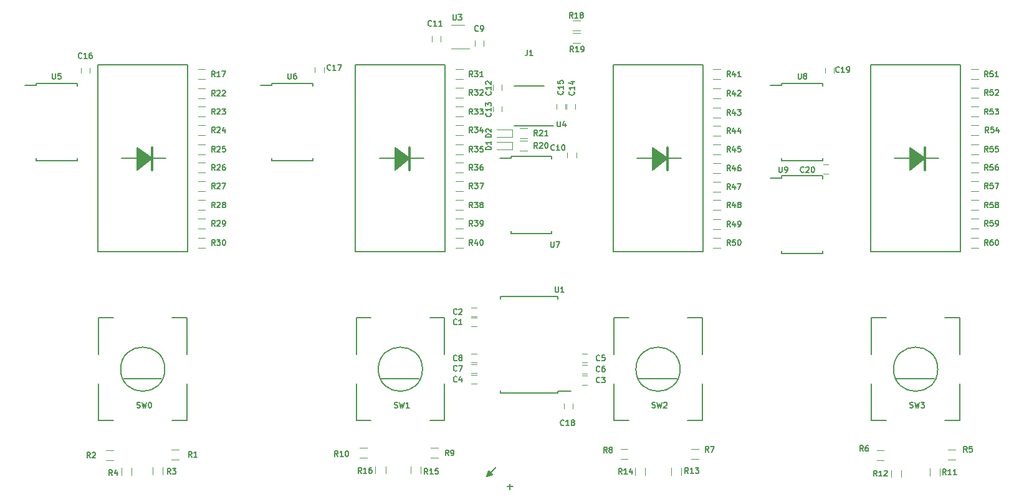
<source format=gto>
G04 #@! TF.GenerationSoftware,KiCad,Pcbnew,(5.1.5)-3*
G04 #@! TF.CreationDate,2020-12-19T11:39:56-05:00*
G04 #@! TF.ProjectId,Deej_Controller,4465656a-5f43-46f6-9e74-726f6c6c6572,rev?*
G04 #@! TF.SameCoordinates,Original*
G04 #@! TF.FileFunction,Legend,Top*
G04 #@! TF.FilePolarity,Positive*
%FSLAX46Y46*%
G04 Gerber Fmt 4.6, Leading zero omitted, Abs format (unit mm)*
G04 Created by KiCad (PCBNEW (5.1.5)-3) date 2020-12-19 11:39:56*
%MOMM*%
%LPD*%
G04 APERTURE LIST*
%ADD10C,0.150000*%
%ADD11C,0.120000*%
%ADD12C,0.300000*%
%ADD13C,0.100000*%
%ADD14R,0.852000X0.902000*%
%ADD15C,1.402000*%
%ADD16R,2.102000X2.902000*%
%ADD17C,1.626000*%
%ADD18R,0.902000X0.852000*%
%ADD19R,0.902000X0.902000*%
%ADD20O,1.002000X1.802000*%
%ADD21O,1.002000X2.502000*%
%ADD22C,0.752000*%
%ADD23R,0.602000X1.002000*%
%ADD24R,1.002000X0.602000*%
%ADD25R,1.302000X0.502000*%
%ADD26R,1.602000X0.702000*%
%ADD27R,2.052000X0.702000*%
%ADD28C,5.702000*%
%ADD29R,1.162000X0.752000*%
%ADD30R,2.102000X2.102000*%
%ADD31C,2.102000*%
G04 APERTURE END LIST*
D10*
X149519047Y-113971428D02*
X150280952Y-113971428D01*
X149900000Y-114352380D02*
X149900000Y-113590476D01*
D11*
X147600000Y-62950000D02*
X147600000Y-62250000D01*
X148800000Y-62250000D02*
X148800000Y-62950000D01*
D10*
X173000000Y-98000000D02*
G75*
G03X173000000Y-98000000I-3000000J0D01*
G01*
X167333000Y-99270000D02*
X172540000Y-99270000D01*
X164000000Y-100000000D02*
X164000000Y-105000000D01*
X164000000Y-105000000D02*
X166000000Y-105000000D01*
X174000000Y-105000000D02*
X176000000Y-105000000D01*
X176000000Y-105000000D02*
X176000000Y-100000000D01*
X176000000Y-96000000D02*
X176000000Y-91000000D01*
X176000000Y-91000000D02*
X174000000Y-91000000D01*
X166000000Y-91000000D02*
X164000000Y-91000000D01*
X164000000Y-91000000D02*
X164000000Y-96000000D01*
X208000000Y-98000000D02*
G75*
G03X208000000Y-98000000I-3000000J0D01*
G01*
X202333000Y-99270000D02*
X207540000Y-99270000D01*
X199000000Y-100000000D02*
X199000000Y-105000000D01*
X199000000Y-105000000D02*
X201000000Y-105000000D01*
X209000000Y-105000000D02*
X211000000Y-105000000D01*
X211000000Y-105000000D02*
X211000000Y-100000000D01*
X211000000Y-96000000D02*
X211000000Y-91000000D01*
X211000000Y-91000000D02*
X209000000Y-91000000D01*
X201000000Y-91000000D02*
X199000000Y-91000000D01*
X199000000Y-91000000D02*
X199000000Y-96000000D01*
X103000000Y-98000000D02*
G75*
G03X103000000Y-98000000I-3000000J0D01*
G01*
X97333000Y-99270000D02*
X102540000Y-99270000D01*
X94000000Y-100000000D02*
X94000000Y-105000000D01*
X94000000Y-105000000D02*
X96000000Y-105000000D01*
X104000000Y-105000000D02*
X106000000Y-105000000D01*
X106000000Y-105000000D02*
X106000000Y-100000000D01*
X106000000Y-96000000D02*
X106000000Y-91000000D01*
X106000000Y-91000000D02*
X104000000Y-91000000D01*
X96000000Y-91000000D02*
X94000000Y-91000000D01*
X94000000Y-91000000D02*
X94000000Y-96000000D01*
X198900000Y-56650000D02*
X198900000Y-82000000D01*
X211100000Y-56650000D02*
X211100000Y-82000000D01*
X198900000Y-56650000D02*
X211100000Y-56650000D01*
X198900000Y-82000000D02*
X211100000Y-82000000D01*
X204250000Y-67850000D02*
X204250000Y-70900000D01*
D12*
X206250000Y-67900000D02*
X206250000Y-70950000D01*
D10*
X204250000Y-70900000D02*
X206250000Y-69350000D01*
X202150000Y-69350000D02*
X208150000Y-69350000D01*
D13*
G36*
X204250000Y-70900000D02*
G01*
X204250000Y-67850000D01*
X206250000Y-69350000D01*
X204250000Y-70900000D01*
G37*
X204250000Y-70900000D02*
X204250000Y-67850000D01*
X206250000Y-69350000D01*
X204250000Y-70900000D01*
D10*
X206250000Y-69350000D02*
X204250000Y-67850000D01*
X163900000Y-56650000D02*
X163900000Y-82000000D01*
X176100000Y-56650000D02*
X176100000Y-82000000D01*
X163900000Y-56650000D02*
X176100000Y-56650000D01*
X163900000Y-82000000D02*
X176100000Y-82000000D01*
X169250000Y-67850000D02*
X169250000Y-70900000D01*
D12*
X171250000Y-67900000D02*
X171250000Y-70950000D01*
D10*
X169250000Y-70900000D02*
X171250000Y-69350000D01*
X167150000Y-69350000D02*
X173150000Y-69350000D01*
D13*
G36*
X169250000Y-70900000D02*
G01*
X169250000Y-67850000D01*
X171250000Y-69350000D01*
X169250000Y-70900000D01*
G37*
X169250000Y-70900000D02*
X169250000Y-67850000D01*
X171250000Y-69350000D01*
X169250000Y-70900000D01*
D10*
X171250000Y-69350000D02*
X169250000Y-67850000D01*
X128900000Y-56650000D02*
X128900000Y-82000000D01*
X141100000Y-56650000D02*
X141100000Y-82000000D01*
X128900000Y-56650000D02*
X141100000Y-56650000D01*
X128900000Y-82000000D02*
X141100000Y-82000000D01*
X134250000Y-67850000D02*
X134250000Y-70900000D01*
D12*
X136250000Y-67900000D02*
X136250000Y-70950000D01*
D10*
X134250000Y-70900000D02*
X136250000Y-69350000D01*
X132150000Y-69350000D02*
X138150000Y-69350000D01*
D13*
G36*
X134250000Y-70900000D02*
G01*
X134250000Y-67850000D01*
X136250000Y-69350000D01*
X134250000Y-70900000D01*
G37*
X134250000Y-70900000D02*
X134250000Y-67850000D01*
X136250000Y-69350000D01*
X134250000Y-70900000D01*
D10*
X136250000Y-69350000D02*
X134250000Y-67850000D01*
X93900000Y-56650000D02*
X93900000Y-82000000D01*
X106100000Y-56650000D02*
X106100000Y-82000000D01*
X93900000Y-56650000D02*
X106100000Y-56650000D01*
X93900000Y-82000000D02*
X106100000Y-82000000D01*
X99250000Y-67850000D02*
X99250000Y-70900000D01*
D12*
X101250000Y-67900000D02*
X101250000Y-70950000D01*
D10*
X99250000Y-70900000D02*
X101250000Y-69350000D01*
X97150000Y-69350000D02*
X103150000Y-69350000D01*
D13*
G36*
X99250000Y-70900000D02*
G01*
X99250000Y-67850000D01*
X101250000Y-69350000D01*
X99250000Y-70900000D01*
G37*
X99250000Y-70900000D02*
X99250000Y-67850000D01*
X101250000Y-69350000D01*
X99250000Y-70900000D01*
D10*
X101250000Y-69350000D02*
X99250000Y-67850000D01*
D11*
X144650000Y-91000000D02*
X145350000Y-91000000D01*
X145350000Y-92200000D02*
X144650000Y-92200000D01*
X144650000Y-89600000D02*
X145350000Y-89600000D01*
X145350000Y-90800000D02*
X144650000Y-90800000D01*
X160350000Y-100100000D02*
X159650000Y-100100000D01*
X159650000Y-98900000D02*
X160350000Y-98900000D01*
X144650000Y-98800000D02*
X145350000Y-98800000D01*
X145350000Y-100000000D02*
X144650000Y-100000000D01*
X160350000Y-97100000D02*
X159650000Y-97100000D01*
X159650000Y-95900000D02*
X160350000Y-95900000D01*
X160350000Y-98600000D02*
X159650000Y-98600000D01*
X159650000Y-97400000D02*
X160350000Y-97400000D01*
X144650000Y-97300000D02*
X145350000Y-97300000D01*
X145350000Y-98500000D02*
X144650000Y-98500000D01*
X144650000Y-95900000D02*
X145350000Y-95900000D01*
X145350000Y-97100000D02*
X144650000Y-97100000D01*
X146300000Y-53350000D02*
X146300000Y-54050000D01*
X145100000Y-54050000D02*
X145100000Y-53350000D01*
X158900000Y-68550000D02*
X158900000Y-69250000D01*
X157700000Y-69250000D02*
X157700000Y-68550000D01*
X140500000Y-52750000D02*
X140500000Y-53450000D01*
X139300000Y-53450000D02*
X139300000Y-52750000D01*
X148800000Y-59350000D02*
X148800000Y-60050000D01*
X147600000Y-60050000D02*
X147600000Y-59350000D01*
X158800000Y-61950000D02*
X158800000Y-62650000D01*
X157600000Y-62650000D02*
X157600000Y-61950000D01*
X157400000Y-61950000D02*
X157400000Y-62650000D01*
X156200000Y-62650000D02*
X156200000Y-61950000D01*
X92800000Y-57050000D02*
X92800000Y-57750000D01*
X91600000Y-57750000D02*
X91600000Y-57050000D01*
X124600000Y-56950000D02*
X124600000Y-57650000D01*
X123400000Y-57650000D02*
X123400000Y-56950000D01*
X157200000Y-103350000D02*
X157200000Y-102650000D01*
X158400000Y-102650000D02*
X158400000Y-103350000D01*
X193900000Y-57050000D02*
X193900000Y-57750000D01*
X192700000Y-57750000D02*
X192700000Y-57050000D01*
X192450000Y-70200000D02*
X193150000Y-70200000D01*
X193150000Y-71400000D02*
X192450000Y-71400000D01*
X150200000Y-68100000D02*
X150200000Y-67100000D01*
X150200000Y-67100000D02*
X148100000Y-67100000D01*
X150200000Y-68100000D02*
X148100000Y-68100000D01*
X150200000Y-66400000D02*
X150200000Y-65400000D01*
X150200000Y-65400000D02*
X148100000Y-65400000D01*
X150200000Y-66400000D02*
X148100000Y-66400000D01*
X103900000Y-108920000D02*
X104900000Y-108920000D01*
X104900000Y-110280000D02*
X103900000Y-110280000D01*
X96000000Y-110380000D02*
X95000000Y-110380000D01*
X95000000Y-109020000D02*
X96000000Y-109020000D01*
X102680000Y-111300000D02*
X102680000Y-112300000D01*
X101320000Y-112300000D02*
X101320000Y-111300000D01*
X98480000Y-111400000D02*
X98480000Y-112400000D01*
X97120000Y-112400000D02*
X97120000Y-111400000D01*
X209400000Y-108920000D02*
X210400000Y-108920000D01*
X210400000Y-110280000D02*
X209400000Y-110280000D01*
X200700000Y-110380000D02*
X199700000Y-110380000D01*
X199700000Y-109020000D02*
X200700000Y-109020000D01*
X174500000Y-108820000D02*
X175500000Y-108820000D01*
X175500000Y-110180000D02*
X174500000Y-110180000D01*
X165900000Y-110180000D02*
X164900000Y-110180000D01*
X164900000Y-108820000D02*
X165900000Y-108820000D01*
X139100000Y-108720000D02*
X140100000Y-108720000D01*
X140100000Y-110080000D02*
X139100000Y-110080000D01*
X130500000Y-110080000D02*
X129500000Y-110080000D01*
X129500000Y-108720000D02*
X130500000Y-108720000D01*
X208280000Y-111500000D02*
X208280000Y-112500000D01*
X206920000Y-112500000D02*
X206920000Y-111500000D01*
X203080000Y-111700000D02*
X203080000Y-112700000D01*
X201720000Y-112700000D02*
X201720000Y-111700000D01*
X173180000Y-111400000D02*
X173180000Y-112400000D01*
X171820000Y-112400000D02*
X171820000Y-111400000D01*
X168280000Y-111400000D02*
X168280000Y-112400000D01*
X166920000Y-112400000D02*
X166920000Y-111400000D01*
X137780000Y-111200000D02*
X137780000Y-112200000D01*
X136420000Y-112200000D02*
X136420000Y-111200000D01*
X132980000Y-111200000D02*
X132980000Y-112200000D01*
X131620000Y-112200000D02*
X131620000Y-111200000D01*
X107500000Y-57220000D02*
X108500000Y-57220000D01*
X108500000Y-58580000D02*
X107500000Y-58580000D01*
X159400000Y-51980000D02*
X158400000Y-51980000D01*
X158400000Y-50620000D02*
X159400000Y-50620000D01*
X159400000Y-53680000D02*
X158400000Y-53680000D01*
X158400000Y-52320000D02*
X159400000Y-52320000D01*
X152200000Y-68280000D02*
X151200000Y-68280000D01*
X151200000Y-66920000D02*
X152200000Y-66920000D01*
X152200000Y-66580000D02*
X151200000Y-66580000D01*
X151200000Y-65220000D02*
X152200000Y-65220000D01*
X107500000Y-59820000D02*
X108500000Y-59820000D01*
X108500000Y-61180000D02*
X107500000Y-61180000D01*
X107500000Y-62320000D02*
X108500000Y-62320000D01*
X108500000Y-63680000D02*
X107500000Y-63680000D01*
X107500000Y-64820000D02*
X108500000Y-64820000D01*
X108500000Y-66180000D02*
X107500000Y-66180000D01*
X107500000Y-67420000D02*
X108500000Y-67420000D01*
X108500000Y-68780000D02*
X107500000Y-68780000D01*
X107500000Y-69920000D02*
X108500000Y-69920000D01*
X108500000Y-71280000D02*
X107500000Y-71280000D01*
X107500000Y-72420000D02*
X108500000Y-72420000D01*
X108500000Y-73780000D02*
X107500000Y-73780000D01*
X107500000Y-75020000D02*
X108500000Y-75020000D01*
X108500000Y-76380000D02*
X107500000Y-76380000D01*
X107500000Y-77520000D02*
X108500000Y-77520000D01*
X108500000Y-78880000D02*
X107500000Y-78880000D01*
X107500000Y-80120000D02*
X108500000Y-80120000D01*
X108500000Y-81480000D02*
X107500000Y-81480000D01*
X142500000Y-57220000D02*
X143500000Y-57220000D01*
X143500000Y-58580000D02*
X142500000Y-58580000D01*
X142500000Y-59720000D02*
X143500000Y-59720000D01*
X143500000Y-61080000D02*
X142500000Y-61080000D01*
X142500000Y-62320000D02*
X143500000Y-62320000D01*
X143500000Y-63680000D02*
X142500000Y-63680000D01*
X142500000Y-64820000D02*
X143500000Y-64820000D01*
X143500000Y-66180000D02*
X142500000Y-66180000D01*
X142500000Y-67420000D02*
X143500000Y-67420000D01*
X143500000Y-68780000D02*
X142500000Y-68780000D01*
X142500000Y-69920000D02*
X143500000Y-69920000D01*
X143500000Y-71280000D02*
X142500000Y-71280000D01*
X142500000Y-72420000D02*
X143500000Y-72420000D01*
X143500000Y-73780000D02*
X142500000Y-73780000D01*
X142500000Y-75020000D02*
X143500000Y-75020000D01*
X143500000Y-76380000D02*
X142500000Y-76380000D01*
X142500000Y-77520000D02*
X143500000Y-77520000D01*
X143500000Y-78880000D02*
X142500000Y-78880000D01*
X142500000Y-80120000D02*
X143500000Y-80120000D01*
X143500000Y-81480000D02*
X142500000Y-81480000D01*
X177500000Y-57220000D02*
X178500000Y-57220000D01*
X178500000Y-58580000D02*
X177500000Y-58580000D01*
X177500000Y-59820000D02*
X178500000Y-59820000D01*
X178500000Y-61180000D02*
X177500000Y-61180000D01*
X177500000Y-62420000D02*
X178500000Y-62420000D01*
X178500000Y-63780000D02*
X177500000Y-63780000D01*
X177500000Y-64920000D02*
X178500000Y-64920000D01*
X178500000Y-66280000D02*
X177500000Y-66280000D01*
X177500000Y-67420000D02*
X178500000Y-67420000D01*
X178500000Y-68780000D02*
X177500000Y-68780000D01*
X177500000Y-70020000D02*
X178500000Y-70020000D01*
X178500000Y-71380000D02*
X177500000Y-71380000D01*
X177500000Y-72520000D02*
X178500000Y-72520000D01*
X178500000Y-73880000D02*
X177500000Y-73880000D01*
X177500000Y-75020000D02*
X178500000Y-75020000D01*
X178500000Y-76380000D02*
X177500000Y-76380000D01*
X177500000Y-77620000D02*
X178500000Y-77620000D01*
X178500000Y-78980000D02*
X177500000Y-78980000D01*
X177500000Y-80120000D02*
X178500000Y-80120000D01*
X178500000Y-81480000D02*
X177500000Y-81480000D01*
X212500000Y-57220000D02*
X213500000Y-57220000D01*
X213500000Y-58580000D02*
X212500000Y-58580000D01*
X212500000Y-59720000D02*
X213500000Y-59720000D01*
X213500000Y-61080000D02*
X212500000Y-61080000D01*
X212500000Y-62320000D02*
X213500000Y-62320000D01*
X213500000Y-63680000D02*
X212500000Y-63680000D01*
X212550000Y-64820000D02*
X213550000Y-64820000D01*
X213550000Y-66180000D02*
X212550000Y-66180000D01*
X212500000Y-67420000D02*
X213500000Y-67420000D01*
X213500000Y-68780000D02*
X212500000Y-68780000D01*
X212500000Y-69920000D02*
X213500000Y-69920000D01*
X213500000Y-71280000D02*
X212500000Y-71280000D01*
X212500000Y-72420000D02*
X213500000Y-72420000D01*
X213500000Y-73780000D02*
X212500000Y-73780000D01*
X212500000Y-75020000D02*
X213500000Y-75020000D01*
X213500000Y-76380000D02*
X212500000Y-76380000D01*
X212500000Y-77520000D02*
X213500000Y-77520000D01*
X213500000Y-78880000D02*
X212500000Y-78880000D01*
X212500000Y-80120000D02*
X213500000Y-80120000D01*
X213500000Y-81480000D02*
X212500000Y-81480000D01*
D10*
X138000000Y-98000000D02*
G75*
G03X138000000Y-98000000I-3000000J0D01*
G01*
X132333000Y-99270000D02*
X137540000Y-99270000D01*
X129000000Y-100000000D02*
X129000000Y-105000000D01*
X129000000Y-105000000D02*
X131000000Y-105000000D01*
X139000000Y-105000000D02*
X141000000Y-105000000D01*
X141000000Y-105000000D02*
X141000000Y-100000000D01*
X141000000Y-96000000D02*
X141000000Y-91000000D01*
X141000000Y-91000000D02*
X139000000Y-91000000D01*
X131000000Y-91000000D02*
X129000000Y-91000000D01*
X129000000Y-91000000D02*
X129000000Y-96000000D01*
X154500000Y-59525000D02*
X150500000Y-59525000D01*
X155775000Y-64925000D02*
X150500000Y-64925000D01*
X85525000Y-59125000D02*
X85525000Y-59400000D01*
X91075000Y-59125000D02*
X91075000Y-59480000D01*
X91075000Y-69675000D02*
X91075000Y-69320000D01*
X85525000Y-69675000D02*
X85525000Y-69320000D01*
X85525000Y-59125000D02*
X91075000Y-59125000D01*
X85525000Y-69675000D02*
X91075000Y-69675000D01*
X85525000Y-59400000D02*
X84000000Y-59400000D01*
X117525000Y-59125000D02*
X117525000Y-59400000D01*
X123075000Y-59125000D02*
X123075000Y-59480000D01*
X123075000Y-69675000D02*
X123075000Y-69320000D01*
X117525000Y-69675000D02*
X117525000Y-69320000D01*
X117525000Y-59125000D02*
X123075000Y-59125000D01*
X117525000Y-69675000D02*
X123075000Y-69675000D01*
X117525000Y-59400000D02*
X116000000Y-59400000D01*
X150025000Y-69025000D02*
X150025000Y-69300000D01*
X155575000Y-69025000D02*
X155575000Y-69380000D01*
X155575000Y-79575000D02*
X155575000Y-79220000D01*
X150025000Y-79575000D02*
X150025000Y-79220000D01*
X150025000Y-69025000D02*
X155575000Y-69025000D01*
X150025000Y-79575000D02*
X155575000Y-79575000D01*
X150025000Y-69300000D02*
X148500000Y-69300000D01*
X186825000Y-59125000D02*
X186825000Y-59400000D01*
X192375000Y-59125000D02*
X192375000Y-59480000D01*
X192375000Y-69675000D02*
X192375000Y-69320000D01*
X186825000Y-69675000D02*
X186825000Y-69320000D01*
X186825000Y-59125000D02*
X192375000Y-59125000D01*
X186825000Y-69675000D02*
X192375000Y-69675000D01*
X186825000Y-59400000D02*
X185300000Y-59400000D01*
X186825000Y-71725000D02*
X186825000Y-72000000D01*
X192375000Y-71725000D02*
X192375000Y-72080000D01*
X192375000Y-82275000D02*
X192375000Y-81920000D01*
X186825000Y-82275000D02*
X186825000Y-81920000D01*
X186825000Y-71725000D02*
X192375000Y-71725000D01*
X186825000Y-82275000D02*
X192375000Y-82275000D01*
X186825000Y-72000000D02*
X185300000Y-72000000D01*
X156375000Y-101275000D02*
X156375000Y-101025000D01*
X148625000Y-101275000D02*
X148625000Y-100940000D01*
X148625000Y-88125000D02*
X148625000Y-88460000D01*
X156375000Y-88125000D02*
X156375000Y-88460000D01*
X156375000Y-101275000D02*
X148625000Y-101275000D01*
X156375000Y-88125000D02*
X148625000Y-88125000D01*
X156375000Y-101025000D02*
X158175000Y-101025000D01*
D11*
X143700000Y-51190000D02*
X141900000Y-51190000D01*
X141900000Y-54410000D02*
X144350000Y-54410000D01*
D10*
X147278000Y-112062000D02*
X148040000Y-111300000D01*
X147278000Y-112062000D02*
X147532000Y-112316000D01*
X147532000Y-112316000D02*
X146770000Y-112570000D01*
X146770000Y-112570000D02*
X147024000Y-111808000D01*
X147024000Y-111808000D02*
X147278000Y-112062000D01*
X146897000Y-112443000D02*
X147074800Y-111985800D01*
X147074800Y-111985800D02*
X147328800Y-112290600D01*
X147328800Y-112290600D02*
X147024000Y-112417600D01*
X147024000Y-112417600D02*
X147100200Y-112163600D01*
X147100200Y-112163600D02*
X147176400Y-112265200D01*
X147267857Y-63182142D02*
X147303571Y-63217857D01*
X147339285Y-63325000D01*
X147339285Y-63396428D01*
X147303571Y-63503571D01*
X147232142Y-63575000D01*
X147160714Y-63610714D01*
X147017857Y-63646428D01*
X146910714Y-63646428D01*
X146767857Y-63610714D01*
X146696428Y-63575000D01*
X146625000Y-63503571D01*
X146589285Y-63396428D01*
X146589285Y-63325000D01*
X146625000Y-63217857D01*
X146660714Y-63182142D01*
X147339285Y-62467857D02*
X147339285Y-62896428D01*
X147339285Y-62682142D02*
X146589285Y-62682142D01*
X146696428Y-62753571D01*
X146767857Y-62825000D01*
X146803571Y-62896428D01*
X146589285Y-62217857D02*
X146589285Y-61753571D01*
X146875000Y-62003571D01*
X146875000Y-61896428D01*
X146910714Y-61825000D01*
X146946428Y-61789285D01*
X147017857Y-61753571D01*
X147196428Y-61753571D01*
X147267857Y-61789285D01*
X147303571Y-61825000D01*
X147339285Y-61896428D01*
X147339285Y-62110714D01*
X147303571Y-62182142D01*
X147267857Y-62217857D01*
X169200000Y-103203571D02*
X169307142Y-103239285D01*
X169485714Y-103239285D01*
X169557142Y-103203571D01*
X169592857Y-103167857D01*
X169628571Y-103096428D01*
X169628571Y-103025000D01*
X169592857Y-102953571D01*
X169557142Y-102917857D01*
X169485714Y-102882142D01*
X169342857Y-102846428D01*
X169271428Y-102810714D01*
X169235714Y-102775000D01*
X169200000Y-102703571D01*
X169200000Y-102632142D01*
X169235714Y-102560714D01*
X169271428Y-102525000D01*
X169342857Y-102489285D01*
X169521428Y-102489285D01*
X169628571Y-102525000D01*
X169878571Y-102489285D02*
X170057142Y-103239285D01*
X170200000Y-102703571D01*
X170342857Y-103239285D01*
X170521428Y-102489285D01*
X170771428Y-102560714D02*
X170807142Y-102525000D01*
X170878571Y-102489285D01*
X171057142Y-102489285D01*
X171128571Y-102525000D01*
X171164285Y-102560714D01*
X171200000Y-102632142D01*
X171200000Y-102703571D01*
X171164285Y-102810714D01*
X170735714Y-103239285D01*
X171200000Y-103239285D01*
X204200000Y-103203571D02*
X204307142Y-103239285D01*
X204485714Y-103239285D01*
X204557142Y-103203571D01*
X204592857Y-103167857D01*
X204628571Y-103096428D01*
X204628571Y-103025000D01*
X204592857Y-102953571D01*
X204557142Y-102917857D01*
X204485714Y-102882142D01*
X204342857Y-102846428D01*
X204271428Y-102810714D01*
X204235714Y-102775000D01*
X204200000Y-102703571D01*
X204200000Y-102632142D01*
X204235714Y-102560714D01*
X204271428Y-102525000D01*
X204342857Y-102489285D01*
X204521428Y-102489285D01*
X204628571Y-102525000D01*
X204878571Y-102489285D02*
X205057142Y-103239285D01*
X205200000Y-102703571D01*
X205342857Y-103239285D01*
X205521428Y-102489285D01*
X205735714Y-102489285D02*
X206200000Y-102489285D01*
X205950000Y-102775000D01*
X206057142Y-102775000D01*
X206128571Y-102810714D01*
X206164285Y-102846428D01*
X206200000Y-102917857D01*
X206200000Y-103096428D01*
X206164285Y-103167857D01*
X206128571Y-103203571D01*
X206057142Y-103239285D01*
X205842857Y-103239285D01*
X205771428Y-103203571D01*
X205735714Y-103167857D01*
X99200000Y-103203571D02*
X99307142Y-103239285D01*
X99485714Y-103239285D01*
X99557142Y-103203571D01*
X99592857Y-103167857D01*
X99628571Y-103096428D01*
X99628571Y-103025000D01*
X99592857Y-102953571D01*
X99557142Y-102917857D01*
X99485714Y-102882142D01*
X99342857Y-102846428D01*
X99271428Y-102810714D01*
X99235714Y-102775000D01*
X99200000Y-102703571D01*
X99200000Y-102632142D01*
X99235714Y-102560714D01*
X99271428Y-102525000D01*
X99342857Y-102489285D01*
X99521428Y-102489285D01*
X99628571Y-102525000D01*
X99878571Y-102489285D02*
X100057142Y-103239285D01*
X100200000Y-102703571D01*
X100342857Y-103239285D01*
X100521428Y-102489285D01*
X100950000Y-102489285D02*
X101021428Y-102489285D01*
X101092857Y-102525000D01*
X101128571Y-102560714D01*
X101164285Y-102632142D01*
X101200000Y-102775000D01*
X101200000Y-102953571D01*
X101164285Y-103096428D01*
X101128571Y-103167857D01*
X101092857Y-103203571D01*
X101021428Y-103239285D01*
X100950000Y-103239285D01*
X100878571Y-103203571D01*
X100842857Y-103167857D01*
X100807142Y-103096428D01*
X100771428Y-102953571D01*
X100771428Y-102775000D01*
X100807142Y-102632142D01*
X100842857Y-102560714D01*
X100878571Y-102525000D01*
X100950000Y-102489285D01*
X142675000Y-91867857D02*
X142639285Y-91903571D01*
X142532142Y-91939285D01*
X142460714Y-91939285D01*
X142353571Y-91903571D01*
X142282142Y-91832142D01*
X142246428Y-91760714D01*
X142210714Y-91617857D01*
X142210714Y-91510714D01*
X142246428Y-91367857D01*
X142282142Y-91296428D01*
X142353571Y-91225000D01*
X142460714Y-91189285D01*
X142532142Y-91189285D01*
X142639285Y-91225000D01*
X142675000Y-91260714D01*
X143389285Y-91939285D02*
X142960714Y-91939285D01*
X143175000Y-91939285D02*
X143175000Y-91189285D01*
X143103571Y-91296428D01*
X143032142Y-91367857D01*
X142960714Y-91403571D01*
X142675000Y-90467857D02*
X142639285Y-90503571D01*
X142532142Y-90539285D01*
X142460714Y-90539285D01*
X142353571Y-90503571D01*
X142282142Y-90432142D01*
X142246428Y-90360714D01*
X142210714Y-90217857D01*
X142210714Y-90110714D01*
X142246428Y-89967857D01*
X142282142Y-89896428D01*
X142353571Y-89825000D01*
X142460714Y-89789285D01*
X142532142Y-89789285D01*
X142639285Y-89825000D01*
X142675000Y-89860714D01*
X142960714Y-89860714D02*
X142996428Y-89825000D01*
X143067857Y-89789285D01*
X143246428Y-89789285D01*
X143317857Y-89825000D01*
X143353571Y-89860714D01*
X143389285Y-89932142D01*
X143389285Y-90003571D01*
X143353571Y-90110714D01*
X142925000Y-90539285D01*
X143389285Y-90539285D01*
X162075000Y-99767857D02*
X162039285Y-99803571D01*
X161932142Y-99839285D01*
X161860714Y-99839285D01*
X161753571Y-99803571D01*
X161682142Y-99732142D01*
X161646428Y-99660714D01*
X161610714Y-99517857D01*
X161610714Y-99410714D01*
X161646428Y-99267857D01*
X161682142Y-99196428D01*
X161753571Y-99125000D01*
X161860714Y-99089285D01*
X161932142Y-99089285D01*
X162039285Y-99125000D01*
X162075000Y-99160714D01*
X162325000Y-99089285D02*
X162789285Y-99089285D01*
X162539285Y-99375000D01*
X162646428Y-99375000D01*
X162717857Y-99410714D01*
X162753571Y-99446428D01*
X162789285Y-99517857D01*
X162789285Y-99696428D01*
X162753571Y-99767857D01*
X162717857Y-99803571D01*
X162646428Y-99839285D01*
X162432142Y-99839285D01*
X162360714Y-99803571D01*
X162325000Y-99767857D01*
X142675000Y-99667857D02*
X142639285Y-99703571D01*
X142532142Y-99739285D01*
X142460714Y-99739285D01*
X142353571Y-99703571D01*
X142282142Y-99632142D01*
X142246428Y-99560714D01*
X142210714Y-99417857D01*
X142210714Y-99310714D01*
X142246428Y-99167857D01*
X142282142Y-99096428D01*
X142353571Y-99025000D01*
X142460714Y-98989285D01*
X142532142Y-98989285D01*
X142639285Y-99025000D01*
X142675000Y-99060714D01*
X143317857Y-99239285D02*
X143317857Y-99739285D01*
X143139285Y-98953571D02*
X142960714Y-99489285D01*
X143425000Y-99489285D01*
X162075000Y-96767857D02*
X162039285Y-96803571D01*
X161932142Y-96839285D01*
X161860714Y-96839285D01*
X161753571Y-96803571D01*
X161682142Y-96732142D01*
X161646428Y-96660714D01*
X161610714Y-96517857D01*
X161610714Y-96410714D01*
X161646428Y-96267857D01*
X161682142Y-96196428D01*
X161753571Y-96125000D01*
X161860714Y-96089285D01*
X161932142Y-96089285D01*
X162039285Y-96125000D01*
X162075000Y-96160714D01*
X162753571Y-96089285D02*
X162396428Y-96089285D01*
X162360714Y-96446428D01*
X162396428Y-96410714D01*
X162467857Y-96375000D01*
X162646428Y-96375000D01*
X162717857Y-96410714D01*
X162753571Y-96446428D01*
X162789285Y-96517857D01*
X162789285Y-96696428D01*
X162753571Y-96767857D01*
X162717857Y-96803571D01*
X162646428Y-96839285D01*
X162467857Y-96839285D01*
X162396428Y-96803571D01*
X162360714Y-96767857D01*
X162075000Y-98267857D02*
X162039285Y-98303571D01*
X161932142Y-98339285D01*
X161860714Y-98339285D01*
X161753571Y-98303571D01*
X161682142Y-98232142D01*
X161646428Y-98160714D01*
X161610714Y-98017857D01*
X161610714Y-97910714D01*
X161646428Y-97767857D01*
X161682142Y-97696428D01*
X161753571Y-97625000D01*
X161860714Y-97589285D01*
X161932142Y-97589285D01*
X162039285Y-97625000D01*
X162075000Y-97660714D01*
X162717857Y-97589285D02*
X162575000Y-97589285D01*
X162503571Y-97625000D01*
X162467857Y-97660714D01*
X162396428Y-97767857D01*
X162360714Y-97910714D01*
X162360714Y-98196428D01*
X162396428Y-98267857D01*
X162432142Y-98303571D01*
X162503571Y-98339285D01*
X162646428Y-98339285D01*
X162717857Y-98303571D01*
X162753571Y-98267857D01*
X162789285Y-98196428D01*
X162789285Y-98017857D01*
X162753571Y-97946428D01*
X162717857Y-97910714D01*
X162646428Y-97875000D01*
X162503571Y-97875000D01*
X162432142Y-97910714D01*
X162396428Y-97946428D01*
X162360714Y-98017857D01*
X142675000Y-98167857D02*
X142639285Y-98203571D01*
X142532142Y-98239285D01*
X142460714Y-98239285D01*
X142353571Y-98203571D01*
X142282142Y-98132142D01*
X142246428Y-98060714D01*
X142210714Y-97917857D01*
X142210714Y-97810714D01*
X142246428Y-97667857D01*
X142282142Y-97596428D01*
X142353571Y-97525000D01*
X142460714Y-97489285D01*
X142532142Y-97489285D01*
X142639285Y-97525000D01*
X142675000Y-97560714D01*
X142925000Y-97489285D02*
X143425000Y-97489285D01*
X143103571Y-98239285D01*
X142675000Y-96767857D02*
X142639285Y-96803571D01*
X142532142Y-96839285D01*
X142460714Y-96839285D01*
X142353571Y-96803571D01*
X142282142Y-96732142D01*
X142246428Y-96660714D01*
X142210714Y-96517857D01*
X142210714Y-96410714D01*
X142246428Y-96267857D01*
X142282142Y-96196428D01*
X142353571Y-96125000D01*
X142460714Y-96089285D01*
X142532142Y-96089285D01*
X142639285Y-96125000D01*
X142675000Y-96160714D01*
X143103571Y-96410714D02*
X143032142Y-96375000D01*
X142996428Y-96339285D01*
X142960714Y-96267857D01*
X142960714Y-96232142D01*
X142996428Y-96160714D01*
X143032142Y-96125000D01*
X143103571Y-96089285D01*
X143246428Y-96089285D01*
X143317857Y-96125000D01*
X143353571Y-96160714D01*
X143389285Y-96232142D01*
X143389285Y-96267857D01*
X143353571Y-96339285D01*
X143317857Y-96375000D01*
X143246428Y-96410714D01*
X143103571Y-96410714D01*
X143032142Y-96446428D01*
X142996428Y-96482142D01*
X142960714Y-96553571D01*
X142960714Y-96696428D01*
X142996428Y-96767857D01*
X143032142Y-96803571D01*
X143103571Y-96839285D01*
X143246428Y-96839285D01*
X143317857Y-96803571D01*
X143353571Y-96767857D01*
X143389285Y-96696428D01*
X143389285Y-96553571D01*
X143353571Y-96482142D01*
X143317857Y-96446428D01*
X143246428Y-96410714D01*
X145575000Y-51967857D02*
X145539285Y-52003571D01*
X145432142Y-52039285D01*
X145360714Y-52039285D01*
X145253571Y-52003571D01*
X145182142Y-51932142D01*
X145146428Y-51860714D01*
X145110714Y-51717857D01*
X145110714Y-51610714D01*
X145146428Y-51467857D01*
X145182142Y-51396428D01*
X145253571Y-51325000D01*
X145360714Y-51289285D01*
X145432142Y-51289285D01*
X145539285Y-51325000D01*
X145575000Y-51360714D01*
X145932142Y-52039285D02*
X146075000Y-52039285D01*
X146146428Y-52003571D01*
X146182142Y-51967857D01*
X146253571Y-51860714D01*
X146289285Y-51717857D01*
X146289285Y-51432142D01*
X146253571Y-51360714D01*
X146217857Y-51325000D01*
X146146428Y-51289285D01*
X146003571Y-51289285D01*
X145932142Y-51325000D01*
X145896428Y-51360714D01*
X145860714Y-51432142D01*
X145860714Y-51610714D01*
X145896428Y-51682142D01*
X145932142Y-51717857D01*
X146003571Y-51753571D01*
X146146428Y-51753571D01*
X146217857Y-51717857D01*
X146253571Y-51682142D01*
X146289285Y-51610714D01*
X155917857Y-68167857D02*
X155882142Y-68203571D01*
X155775000Y-68239285D01*
X155703571Y-68239285D01*
X155596428Y-68203571D01*
X155525000Y-68132142D01*
X155489285Y-68060714D01*
X155453571Y-67917857D01*
X155453571Y-67810714D01*
X155489285Y-67667857D01*
X155525000Y-67596428D01*
X155596428Y-67525000D01*
X155703571Y-67489285D01*
X155775000Y-67489285D01*
X155882142Y-67525000D01*
X155917857Y-67560714D01*
X156632142Y-68239285D02*
X156203571Y-68239285D01*
X156417857Y-68239285D02*
X156417857Y-67489285D01*
X156346428Y-67596428D01*
X156275000Y-67667857D01*
X156203571Y-67703571D01*
X157096428Y-67489285D02*
X157167857Y-67489285D01*
X157239285Y-67525000D01*
X157275000Y-67560714D01*
X157310714Y-67632142D01*
X157346428Y-67775000D01*
X157346428Y-67953571D01*
X157310714Y-68096428D01*
X157275000Y-68167857D01*
X157239285Y-68203571D01*
X157167857Y-68239285D01*
X157096428Y-68239285D01*
X157025000Y-68203571D01*
X156989285Y-68167857D01*
X156953571Y-68096428D01*
X156917857Y-67953571D01*
X156917857Y-67775000D01*
X156953571Y-67632142D01*
X156989285Y-67560714D01*
X157025000Y-67525000D01*
X157096428Y-67489285D01*
X139217857Y-51267857D02*
X139182142Y-51303571D01*
X139075000Y-51339285D01*
X139003571Y-51339285D01*
X138896428Y-51303571D01*
X138825000Y-51232142D01*
X138789285Y-51160714D01*
X138753571Y-51017857D01*
X138753571Y-50910714D01*
X138789285Y-50767857D01*
X138825000Y-50696428D01*
X138896428Y-50625000D01*
X139003571Y-50589285D01*
X139075000Y-50589285D01*
X139182142Y-50625000D01*
X139217857Y-50660714D01*
X139932142Y-51339285D02*
X139503571Y-51339285D01*
X139717857Y-51339285D02*
X139717857Y-50589285D01*
X139646428Y-50696428D01*
X139575000Y-50767857D01*
X139503571Y-50803571D01*
X140646428Y-51339285D02*
X140217857Y-51339285D01*
X140432142Y-51339285D02*
X140432142Y-50589285D01*
X140360714Y-50696428D01*
X140289285Y-50767857D01*
X140217857Y-50803571D01*
X147267857Y-60282142D02*
X147303571Y-60317857D01*
X147339285Y-60425000D01*
X147339285Y-60496428D01*
X147303571Y-60603571D01*
X147232142Y-60675000D01*
X147160714Y-60710714D01*
X147017857Y-60746428D01*
X146910714Y-60746428D01*
X146767857Y-60710714D01*
X146696428Y-60675000D01*
X146625000Y-60603571D01*
X146589285Y-60496428D01*
X146589285Y-60425000D01*
X146625000Y-60317857D01*
X146660714Y-60282142D01*
X147339285Y-59567857D02*
X147339285Y-59996428D01*
X147339285Y-59782142D02*
X146589285Y-59782142D01*
X146696428Y-59853571D01*
X146767857Y-59925000D01*
X146803571Y-59996428D01*
X146660714Y-59282142D02*
X146625000Y-59246428D01*
X146589285Y-59175000D01*
X146589285Y-58996428D01*
X146625000Y-58925000D01*
X146660714Y-58889285D01*
X146732142Y-58853571D01*
X146803571Y-58853571D01*
X146910714Y-58889285D01*
X147339285Y-59317857D01*
X147339285Y-58853571D01*
X158567857Y-60282142D02*
X158603571Y-60317857D01*
X158639285Y-60425000D01*
X158639285Y-60496428D01*
X158603571Y-60603571D01*
X158532142Y-60675000D01*
X158460714Y-60710714D01*
X158317857Y-60746428D01*
X158210714Y-60746428D01*
X158067857Y-60710714D01*
X157996428Y-60675000D01*
X157925000Y-60603571D01*
X157889285Y-60496428D01*
X157889285Y-60425000D01*
X157925000Y-60317857D01*
X157960714Y-60282142D01*
X158639285Y-59567857D02*
X158639285Y-59996428D01*
X158639285Y-59782142D02*
X157889285Y-59782142D01*
X157996428Y-59853571D01*
X158067857Y-59925000D01*
X158103571Y-59996428D01*
X158139285Y-58925000D02*
X158639285Y-58925000D01*
X157853571Y-59103571D02*
X158389285Y-59282142D01*
X158389285Y-58817857D01*
X157067857Y-60182142D02*
X157103571Y-60217857D01*
X157139285Y-60325000D01*
X157139285Y-60396428D01*
X157103571Y-60503571D01*
X157032142Y-60575000D01*
X156960714Y-60610714D01*
X156817857Y-60646428D01*
X156710714Y-60646428D01*
X156567857Y-60610714D01*
X156496428Y-60575000D01*
X156425000Y-60503571D01*
X156389285Y-60396428D01*
X156389285Y-60325000D01*
X156425000Y-60217857D01*
X156460714Y-60182142D01*
X157139285Y-59467857D02*
X157139285Y-59896428D01*
X157139285Y-59682142D02*
X156389285Y-59682142D01*
X156496428Y-59753571D01*
X156567857Y-59825000D01*
X156603571Y-59896428D01*
X156389285Y-58789285D02*
X156389285Y-59146428D01*
X156746428Y-59182142D01*
X156710714Y-59146428D01*
X156675000Y-59075000D01*
X156675000Y-58896428D01*
X156710714Y-58825000D01*
X156746428Y-58789285D01*
X156817857Y-58753571D01*
X156996428Y-58753571D01*
X157067857Y-58789285D01*
X157103571Y-58825000D01*
X157139285Y-58896428D01*
X157139285Y-59075000D01*
X157103571Y-59146428D01*
X157067857Y-59182142D01*
X91717857Y-55667857D02*
X91682142Y-55703571D01*
X91575000Y-55739285D01*
X91503571Y-55739285D01*
X91396428Y-55703571D01*
X91325000Y-55632142D01*
X91289285Y-55560714D01*
X91253571Y-55417857D01*
X91253571Y-55310714D01*
X91289285Y-55167857D01*
X91325000Y-55096428D01*
X91396428Y-55025000D01*
X91503571Y-54989285D01*
X91575000Y-54989285D01*
X91682142Y-55025000D01*
X91717857Y-55060714D01*
X92432142Y-55739285D02*
X92003571Y-55739285D01*
X92217857Y-55739285D02*
X92217857Y-54989285D01*
X92146428Y-55096428D01*
X92075000Y-55167857D01*
X92003571Y-55203571D01*
X93075000Y-54989285D02*
X92932142Y-54989285D01*
X92860714Y-55025000D01*
X92825000Y-55060714D01*
X92753571Y-55167857D01*
X92717857Y-55310714D01*
X92717857Y-55596428D01*
X92753571Y-55667857D01*
X92789285Y-55703571D01*
X92860714Y-55739285D01*
X93003571Y-55739285D01*
X93075000Y-55703571D01*
X93110714Y-55667857D01*
X93146428Y-55596428D01*
X93146428Y-55417857D01*
X93110714Y-55346428D01*
X93075000Y-55310714D01*
X93003571Y-55275000D01*
X92860714Y-55275000D01*
X92789285Y-55310714D01*
X92753571Y-55346428D01*
X92717857Y-55417857D01*
X125517857Y-57267857D02*
X125482142Y-57303571D01*
X125375000Y-57339285D01*
X125303571Y-57339285D01*
X125196428Y-57303571D01*
X125125000Y-57232142D01*
X125089285Y-57160714D01*
X125053571Y-57017857D01*
X125053571Y-56910714D01*
X125089285Y-56767857D01*
X125125000Y-56696428D01*
X125196428Y-56625000D01*
X125303571Y-56589285D01*
X125375000Y-56589285D01*
X125482142Y-56625000D01*
X125517857Y-56660714D01*
X126232142Y-57339285D02*
X125803571Y-57339285D01*
X126017857Y-57339285D02*
X126017857Y-56589285D01*
X125946428Y-56696428D01*
X125875000Y-56767857D01*
X125803571Y-56803571D01*
X126482142Y-56589285D02*
X126982142Y-56589285D01*
X126660714Y-57339285D01*
X157217857Y-105567857D02*
X157182142Y-105603571D01*
X157075000Y-105639285D01*
X157003571Y-105639285D01*
X156896428Y-105603571D01*
X156825000Y-105532142D01*
X156789285Y-105460714D01*
X156753571Y-105317857D01*
X156753571Y-105210714D01*
X156789285Y-105067857D01*
X156825000Y-104996428D01*
X156896428Y-104925000D01*
X157003571Y-104889285D01*
X157075000Y-104889285D01*
X157182142Y-104925000D01*
X157217857Y-104960714D01*
X157932142Y-105639285D02*
X157503571Y-105639285D01*
X157717857Y-105639285D02*
X157717857Y-104889285D01*
X157646428Y-104996428D01*
X157575000Y-105067857D01*
X157503571Y-105103571D01*
X158360714Y-105210714D02*
X158289285Y-105175000D01*
X158253571Y-105139285D01*
X158217857Y-105067857D01*
X158217857Y-105032142D01*
X158253571Y-104960714D01*
X158289285Y-104925000D01*
X158360714Y-104889285D01*
X158503571Y-104889285D01*
X158575000Y-104925000D01*
X158610714Y-104960714D01*
X158646428Y-105032142D01*
X158646428Y-105067857D01*
X158610714Y-105139285D01*
X158575000Y-105175000D01*
X158503571Y-105210714D01*
X158360714Y-105210714D01*
X158289285Y-105246428D01*
X158253571Y-105282142D01*
X158217857Y-105353571D01*
X158217857Y-105496428D01*
X158253571Y-105567857D01*
X158289285Y-105603571D01*
X158360714Y-105639285D01*
X158503571Y-105639285D01*
X158575000Y-105603571D01*
X158610714Y-105567857D01*
X158646428Y-105496428D01*
X158646428Y-105353571D01*
X158610714Y-105282142D01*
X158575000Y-105246428D01*
X158503571Y-105210714D01*
X194617857Y-57567857D02*
X194582142Y-57603571D01*
X194475000Y-57639285D01*
X194403571Y-57639285D01*
X194296428Y-57603571D01*
X194225000Y-57532142D01*
X194189285Y-57460714D01*
X194153571Y-57317857D01*
X194153571Y-57210714D01*
X194189285Y-57067857D01*
X194225000Y-56996428D01*
X194296428Y-56925000D01*
X194403571Y-56889285D01*
X194475000Y-56889285D01*
X194582142Y-56925000D01*
X194617857Y-56960714D01*
X195332142Y-57639285D02*
X194903571Y-57639285D01*
X195117857Y-57639285D02*
X195117857Y-56889285D01*
X195046428Y-56996428D01*
X194975000Y-57067857D01*
X194903571Y-57103571D01*
X195689285Y-57639285D02*
X195832142Y-57639285D01*
X195903571Y-57603571D01*
X195939285Y-57567857D01*
X196010714Y-57460714D01*
X196046428Y-57317857D01*
X196046428Y-57032142D01*
X196010714Y-56960714D01*
X195975000Y-56925000D01*
X195903571Y-56889285D01*
X195760714Y-56889285D01*
X195689285Y-56925000D01*
X195653571Y-56960714D01*
X195617857Y-57032142D01*
X195617857Y-57210714D01*
X195653571Y-57282142D01*
X195689285Y-57317857D01*
X195760714Y-57353571D01*
X195903571Y-57353571D01*
X195975000Y-57317857D01*
X196010714Y-57282142D01*
X196046428Y-57210714D01*
X189817857Y-71167857D02*
X189782142Y-71203571D01*
X189675000Y-71239285D01*
X189603571Y-71239285D01*
X189496428Y-71203571D01*
X189425000Y-71132142D01*
X189389285Y-71060714D01*
X189353571Y-70917857D01*
X189353571Y-70810714D01*
X189389285Y-70667857D01*
X189425000Y-70596428D01*
X189496428Y-70525000D01*
X189603571Y-70489285D01*
X189675000Y-70489285D01*
X189782142Y-70525000D01*
X189817857Y-70560714D01*
X190103571Y-70560714D02*
X190139285Y-70525000D01*
X190210714Y-70489285D01*
X190389285Y-70489285D01*
X190460714Y-70525000D01*
X190496428Y-70560714D01*
X190532142Y-70632142D01*
X190532142Y-70703571D01*
X190496428Y-70810714D01*
X190067857Y-71239285D01*
X190532142Y-71239285D01*
X190996428Y-70489285D02*
X191067857Y-70489285D01*
X191139285Y-70525000D01*
X191175000Y-70560714D01*
X191210714Y-70632142D01*
X191246428Y-70775000D01*
X191246428Y-70953571D01*
X191210714Y-71096428D01*
X191175000Y-71167857D01*
X191139285Y-71203571D01*
X191067857Y-71239285D01*
X190996428Y-71239285D01*
X190925000Y-71203571D01*
X190889285Y-71167857D01*
X190853571Y-71096428D01*
X190817857Y-70953571D01*
X190817857Y-70775000D01*
X190853571Y-70632142D01*
X190889285Y-70560714D01*
X190925000Y-70525000D01*
X190996428Y-70489285D01*
X147339285Y-68153571D02*
X146589285Y-68153571D01*
X146589285Y-67975000D01*
X146625000Y-67867857D01*
X146696428Y-67796428D01*
X146767857Y-67760714D01*
X146910714Y-67725000D01*
X147017857Y-67725000D01*
X147160714Y-67760714D01*
X147232142Y-67796428D01*
X147303571Y-67867857D01*
X147339285Y-67975000D01*
X147339285Y-68153571D01*
X147339285Y-67010714D02*
X147339285Y-67439285D01*
X147339285Y-67225000D02*
X146589285Y-67225000D01*
X146696428Y-67296428D01*
X146767857Y-67367857D01*
X146803571Y-67439285D01*
X147339285Y-66453571D02*
X146589285Y-66453571D01*
X146589285Y-66275000D01*
X146625000Y-66167857D01*
X146696428Y-66096428D01*
X146767857Y-66060714D01*
X146910714Y-66025000D01*
X147017857Y-66025000D01*
X147160714Y-66060714D01*
X147232142Y-66096428D01*
X147303571Y-66167857D01*
X147339285Y-66275000D01*
X147339285Y-66453571D01*
X146660714Y-65739285D02*
X146625000Y-65703571D01*
X146589285Y-65632142D01*
X146589285Y-65453571D01*
X146625000Y-65382142D01*
X146660714Y-65346428D01*
X146732142Y-65310714D01*
X146803571Y-65310714D01*
X146910714Y-65346428D01*
X147339285Y-65775000D01*
X147339285Y-65310714D01*
X152250000Y-54589285D02*
X152250000Y-55125000D01*
X152214285Y-55232142D01*
X152142857Y-55303571D01*
X152035714Y-55339285D01*
X151964285Y-55339285D01*
X153000000Y-55339285D02*
X152571428Y-55339285D01*
X152785714Y-55339285D02*
X152785714Y-54589285D01*
X152714285Y-54696428D01*
X152642857Y-54767857D01*
X152571428Y-54803571D01*
X106675000Y-109939285D02*
X106425000Y-109582142D01*
X106246428Y-109939285D02*
X106246428Y-109189285D01*
X106532142Y-109189285D01*
X106603571Y-109225000D01*
X106639285Y-109260714D01*
X106675000Y-109332142D01*
X106675000Y-109439285D01*
X106639285Y-109510714D01*
X106603571Y-109546428D01*
X106532142Y-109582142D01*
X106246428Y-109582142D01*
X107389285Y-109939285D02*
X106960714Y-109939285D01*
X107175000Y-109939285D02*
X107175000Y-109189285D01*
X107103571Y-109296428D01*
X107032142Y-109367857D01*
X106960714Y-109403571D01*
X92875000Y-110039285D02*
X92625000Y-109682142D01*
X92446428Y-110039285D02*
X92446428Y-109289285D01*
X92732142Y-109289285D01*
X92803571Y-109325000D01*
X92839285Y-109360714D01*
X92875000Y-109432142D01*
X92875000Y-109539285D01*
X92839285Y-109610714D01*
X92803571Y-109646428D01*
X92732142Y-109682142D01*
X92446428Y-109682142D01*
X93160714Y-109360714D02*
X93196428Y-109325000D01*
X93267857Y-109289285D01*
X93446428Y-109289285D01*
X93517857Y-109325000D01*
X93553571Y-109360714D01*
X93589285Y-109432142D01*
X93589285Y-109503571D01*
X93553571Y-109610714D01*
X93125000Y-110039285D01*
X93589285Y-110039285D01*
X103775000Y-112239285D02*
X103525000Y-111882142D01*
X103346428Y-112239285D02*
X103346428Y-111489285D01*
X103632142Y-111489285D01*
X103703571Y-111525000D01*
X103739285Y-111560714D01*
X103775000Y-111632142D01*
X103775000Y-111739285D01*
X103739285Y-111810714D01*
X103703571Y-111846428D01*
X103632142Y-111882142D01*
X103346428Y-111882142D01*
X104025000Y-111489285D02*
X104489285Y-111489285D01*
X104239285Y-111775000D01*
X104346428Y-111775000D01*
X104417857Y-111810714D01*
X104453571Y-111846428D01*
X104489285Y-111917857D01*
X104489285Y-112096428D01*
X104453571Y-112167857D01*
X104417857Y-112203571D01*
X104346428Y-112239285D01*
X104132142Y-112239285D01*
X104060714Y-112203571D01*
X104025000Y-112167857D01*
X95875000Y-112439285D02*
X95625000Y-112082142D01*
X95446428Y-112439285D02*
X95446428Y-111689285D01*
X95732142Y-111689285D01*
X95803571Y-111725000D01*
X95839285Y-111760714D01*
X95875000Y-111832142D01*
X95875000Y-111939285D01*
X95839285Y-112010714D01*
X95803571Y-112046428D01*
X95732142Y-112082142D01*
X95446428Y-112082142D01*
X96517857Y-111939285D02*
X96517857Y-112439285D01*
X96339285Y-111653571D02*
X96160714Y-112189285D01*
X96625000Y-112189285D01*
X211975000Y-109239285D02*
X211725000Y-108882142D01*
X211546428Y-109239285D02*
X211546428Y-108489285D01*
X211832142Y-108489285D01*
X211903571Y-108525000D01*
X211939285Y-108560714D01*
X211975000Y-108632142D01*
X211975000Y-108739285D01*
X211939285Y-108810714D01*
X211903571Y-108846428D01*
X211832142Y-108882142D01*
X211546428Y-108882142D01*
X212653571Y-108489285D02*
X212296428Y-108489285D01*
X212260714Y-108846428D01*
X212296428Y-108810714D01*
X212367857Y-108775000D01*
X212546428Y-108775000D01*
X212617857Y-108810714D01*
X212653571Y-108846428D01*
X212689285Y-108917857D01*
X212689285Y-109096428D01*
X212653571Y-109167857D01*
X212617857Y-109203571D01*
X212546428Y-109239285D01*
X212367857Y-109239285D01*
X212296428Y-109203571D01*
X212260714Y-109167857D01*
X197875000Y-109139285D02*
X197625000Y-108782142D01*
X197446428Y-109139285D02*
X197446428Y-108389285D01*
X197732142Y-108389285D01*
X197803571Y-108425000D01*
X197839285Y-108460714D01*
X197875000Y-108532142D01*
X197875000Y-108639285D01*
X197839285Y-108710714D01*
X197803571Y-108746428D01*
X197732142Y-108782142D01*
X197446428Y-108782142D01*
X198517857Y-108389285D02*
X198375000Y-108389285D01*
X198303571Y-108425000D01*
X198267857Y-108460714D01*
X198196428Y-108567857D01*
X198160714Y-108710714D01*
X198160714Y-108996428D01*
X198196428Y-109067857D01*
X198232142Y-109103571D01*
X198303571Y-109139285D01*
X198446428Y-109139285D01*
X198517857Y-109103571D01*
X198553571Y-109067857D01*
X198589285Y-108996428D01*
X198589285Y-108817857D01*
X198553571Y-108746428D01*
X198517857Y-108710714D01*
X198446428Y-108675000D01*
X198303571Y-108675000D01*
X198232142Y-108710714D01*
X198196428Y-108746428D01*
X198160714Y-108817857D01*
X176875000Y-109239285D02*
X176625000Y-108882142D01*
X176446428Y-109239285D02*
X176446428Y-108489285D01*
X176732142Y-108489285D01*
X176803571Y-108525000D01*
X176839285Y-108560714D01*
X176875000Y-108632142D01*
X176875000Y-108739285D01*
X176839285Y-108810714D01*
X176803571Y-108846428D01*
X176732142Y-108882142D01*
X176446428Y-108882142D01*
X177125000Y-108489285D02*
X177625000Y-108489285D01*
X177303571Y-109239285D01*
X163075000Y-109339285D02*
X162825000Y-108982142D01*
X162646428Y-109339285D02*
X162646428Y-108589285D01*
X162932142Y-108589285D01*
X163003571Y-108625000D01*
X163039285Y-108660714D01*
X163075000Y-108732142D01*
X163075000Y-108839285D01*
X163039285Y-108910714D01*
X163003571Y-108946428D01*
X162932142Y-108982142D01*
X162646428Y-108982142D01*
X163503571Y-108910714D02*
X163432142Y-108875000D01*
X163396428Y-108839285D01*
X163360714Y-108767857D01*
X163360714Y-108732142D01*
X163396428Y-108660714D01*
X163432142Y-108625000D01*
X163503571Y-108589285D01*
X163646428Y-108589285D01*
X163717857Y-108625000D01*
X163753571Y-108660714D01*
X163789285Y-108732142D01*
X163789285Y-108767857D01*
X163753571Y-108839285D01*
X163717857Y-108875000D01*
X163646428Y-108910714D01*
X163503571Y-108910714D01*
X163432142Y-108946428D01*
X163396428Y-108982142D01*
X163360714Y-109053571D01*
X163360714Y-109196428D01*
X163396428Y-109267857D01*
X163432142Y-109303571D01*
X163503571Y-109339285D01*
X163646428Y-109339285D01*
X163717857Y-109303571D01*
X163753571Y-109267857D01*
X163789285Y-109196428D01*
X163789285Y-109053571D01*
X163753571Y-108982142D01*
X163717857Y-108946428D01*
X163646428Y-108910714D01*
X141575000Y-109739285D02*
X141325000Y-109382142D01*
X141146428Y-109739285D02*
X141146428Y-108989285D01*
X141432142Y-108989285D01*
X141503571Y-109025000D01*
X141539285Y-109060714D01*
X141575000Y-109132142D01*
X141575000Y-109239285D01*
X141539285Y-109310714D01*
X141503571Y-109346428D01*
X141432142Y-109382142D01*
X141146428Y-109382142D01*
X141932142Y-109739285D02*
X142075000Y-109739285D01*
X142146428Y-109703571D01*
X142182142Y-109667857D01*
X142253571Y-109560714D01*
X142289285Y-109417857D01*
X142289285Y-109132142D01*
X142253571Y-109060714D01*
X142217857Y-109025000D01*
X142146428Y-108989285D01*
X142003571Y-108989285D01*
X141932142Y-109025000D01*
X141896428Y-109060714D01*
X141860714Y-109132142D01*
X141860714Y-109310714D01*
X141896428Y-109382142D01*
X141932142Y-109417857D01*
X142003571Y-109453571D01*
X142146428Y-109453571D01*
X142217857Y-109417857D01*
X142253571Y-109382142D01*
X142289285Y-109310714D01*
X126517857Y-109839285D02*
X126267857Y-109482142D01*
X126089285Y-109839285D02*
X126089285Y-109089285D01*
X126375000Y-109089285D01*
X126446428Y-109125000D01*
X126482142Y-109160714D01*
X126517857Y-109232142D01*
X126517857Y-109339285D01*
X126482142Y-109410714D01*
X126446428Y-109446428D01*
X126375000Y-109482142D01*
X126089285Y-109482142D01*
X127232142Y-109839285D02*
X126803571Y-109839285D01*
X127017857Y-109839285D02*
X127017857Y-109089285D01*
X126946428Y-109196428D01*
X126875000Y-109267857D01*
X126803571Y-109303571D01*
X127696428Y-109089285D02*
X127767857Y-109089285D01*
X127839285Y-109125000D01*
X127875000Y-109160714D01*
X127910714Y-109232142D01*
X127946428Y-109375000D01*
X127946428Y-109553571D01*
X127910714Y-109696428D01*
X127875000Y-109767857D01*
X127839285Y-109803571D01*
X127767857Y-109839285D01*
X127696428Y-109839285D01*
X127625000Y-109803571D01*
X127589285Y-109767857D01*
X127553571Y-109696428D01*
X127517857Y-109553571D01*
X127517857Y-109375000D01*
X127553571Y-109232142D01*
X127589285Y-109160714D01*
X127625000Y-109125000D01*
X127696428Y-109089285D01*
X209117857Y-112339285D02*
X208867857Y-111982142D01*
X208689285Y-112339285D02*
X208689285Y-111589285D01*
X208975000Y-111589285D01*
X209046428Y-111625000D01*
X209082142Y-111660714D01*
X209117857Y-111732142D01*
X209117857Y-111839285D01*
X209082142Y-111910714D01*
X209046428Y-111946428D01*
X208975000Y-111982142D01*
X208689285Y-111982142D01*
X209832142Y-112339285D02*
X209403571Y-112339285D01*
X209617857Y-112339285D02*
X209617857Y-111589285D01*
X209546428Y-111696428D01*
X209475000Y-111767857D01*
X209403571Y-111803571D01*
X210546428Y-112339285D02*
X210117857Y-112339285D01*
X210332142Y-112339285D02*
X210332142Y-111589285D01*
X210260714Y-111696428D01*
X210189285Y-111767857D01*
X210117857Y-111803571D01*
X199717857Y-112539285D02*
X199467857Y-112182142D01*
X199289285Y-112539285D02*
X199289285Y-111789285D01*
X199575000Y-111789285D01*
X199646428Y-111825000D01*
X199682142Y-111860714D01*
X199717857Y-111932142D01*
X199717857Y-112039285D01*
X199682142Y-112110714D01*
X199646428Y-112146428D01*
X199575000Y-112182142D01*
X199289285Y-112182142D01*
X200432142Y-112539285D02*
X200003571Y-112539285D01*
X200217857Y-112539285D02*
X200217857Y-111789285D01*
X200146428Y-111896428D01*
X200075000Y-111967857D01*
X200003571Y-112003571D01*
X200717857Y-111860714D02*
X200753571Y-111825000D01*
X200825000Y-111789285D01*
X201003571Y-111789285D01*
X201075000Y-111825000D01*
X201110714Y-111860714D01*
X201146428Y-111932142D01*
X201146428Y-112003571D01*
X201110714Y-112110714D01*
X200682142Y-112539285D01*
X201146428Y-112539285D01*
X174117857Y-112139285D02*
X173867857Y-111782142D01*
X173689285Y-112139285D02*
X173689285Y-111389285D01*
X173975000Y-111389285D01*
X174046428Y-111425000D01*
X174082142Y-111460714D01*
X174117857Y-111532142D01*
X174117857Y-111639285D01*
X174082142Y-111710714D01*
X174046428Y-111746428D01*
X173975000Y-111782142D01*
X173689285Y-111782142D01*
X174832142Y-112139285D02*
X174403571Y-112139285D01*
X174617857Y-112139285D02*
X174617857Y-111389285D01*
X174546428Y-111496428D01*
X174475000Y-111567857D01*
X174403571Y-111603571D01*
X175082142Y-111389285D02*
X175546428Y-111389285D01*
X175296428Y-111675000D01*
X175403571Y-111675000D01*
X175475000Y-111710714D01*
X175510714Y-111746428D01*
X175546428Y-111817857D01*
X175546428Y-111996428D01*
X175510714Y-112067857D01*
X175475000Y-112103571D01*
X175403571Y-112139285D01*
X175189285Y-112139285D01*
X175117857Y-112103571D01*
X175082142Y-112067857D01*
X165117857Y-112239285D02*
X164867857Y-111882142D01*
X164689285Y-112239285D02*
X164689285Y-111489285D01*
X164975000Y-111489285D01*
X165046428Y-111525000D01*
X165082142Y-111560714D01*
X165117857Y-111632142D01*
X165117857Y-111739285D01*
X165082142Y-111810714D01*
X165046428Y-111846428D01*
X164975000Y-111882142D01*
X164689285Y-111882142D01*
X165832142Y-112239285D02*
X165403571Y-112239285D01*
X165617857Y-112239285D02*
X165617857Y-111489285D01*
X165546428Y-111596428D01*
X165475000Y-111667857D01*
X165403571Y-111703571D01*
X166475000Y-111739285D02*
X166475000Y-112239285D01*
X166296428Y-111453571D02*
X166117857Y-111989285D01*
X166582142Y-111989285D01*
X138717857Y-112239285D02*
X138467857Y-111882142D01*
X138289285Y-112239285D02*
X138289285Y-111489285D01*
X138575000Y-111489285D01*
X138646428Y-111525000D01*
X138682142Y-111560714D01*
X138717857Y-111632142D01*
X138717857Y-111739285D01*
X138682142Y-111810714D01*
X138646428Y-111846428D01*
X138575000Y-111882142D01*
X138289285Y-111882142D01*
X139432142Y-112239285D02*
X139003571Y-112239285D01*
X139217857Y-112239285D02*
X139217857Y-111489285D01*
X139146428Y-111596428D01*
X139075000Y-111667857D01*
X139003571Y-111703571D01*
X140110714Y-111489285D02*
X139753571Y-111489285D01*
X139717857Y-111846428D01*
X139753571Y-111810714D01*
X139825000Y-111775000D01*
X140003571Y-111775000D01*
X140075000Y-111810714D01*
X140110714Y-111846428D01*
X140146428Y-111917857D01*
X140146428Y-112096428D01*
X140110714Y-112167857D01*
X140075000Y-112203571D01*
X140003571Y-112239285D01*
X139825000Y-112239285D01*
X139753571Y-112203571D01*
X139717857Y-112167857D01*
X129717857Y-112139285D02*
X129467857Y-111782142D01*
X129289285Y-112139285D02*
X129289285Y-111389285D01*
X129575000Y-111389285D01*
X129646428Y-111425000D01*
X129682142Y-111460714D01*
X129717857Y-111532142D01*
X129717857Y-111639285D01*
X129682142Y-111710714D01*
X129646428Y-111746428D01*
X129575000Y-111782142D01*
X129289285Y-111782142D01*
X130432142Y-112139285D02*
X130003571Y-112139285D01*
X130217857Y-112139285D02*
X130217857Y-111389285D01*
X130146428Y-111496428D01*
X130075000Y-111567857D01*
X130003571Y-111603571D01*
X131075000Y-111389285D02*
X130932142Y-111389285D01*
X130860714Y-111425000D01*
X130825000Y-111460714D01*
X130753571Y-111567857D01*
X130717857Y-111710714D01*
X130717857Y-111996428D01*
X130753571Y-112067857D01*
X130789285Y-112103571D01*
X130860714Y-112139285D01*
X131003571Y-112139285D01*
X131075000Y-112103571D01*
X131110714Y-112067857D01*
X131146428Y-111996428D01*
X131146428Y-111817857D01*
X131110714Y-111746428D01*
X131075000Y-111710714D01*
X131003571Y-111675000D01*
X130860714Y-111675000D01*
X130789285Y-111710714D01*
X130753571Y-111746428D01*
X130717857Y-111817857D01*
X109817857Y-58239285D02*
X109567857Y-57882142D01*
X109389285Y-58239285D02*
X109389285Y-57489285D01*
X109675000Y-57489285D01*
X109746428Y-57525000D01*
X109782142Y-57560714D01*
X109817857Y-57632142D01*
X109817857Y-57739285D01*
X109782142Y-57810714D01*
X109746428Y-57846428D01*
X109675000Y-57882142D01*
X109389285Y-57882142D01*
X110532142Y-58239285D02*
X110103571Y-58239285D01*
X110317857Y-58239285D02*
X110317857Y-57489285D01*
X110246428Y-57596428D01*
X110175000Y-57667857D01*
X110103571Y-57703571D01*
X110782142Y-57489285D02*
X111282142Y-57489285D01*
X110960714Y-58239285D01*
X158417857Y-50239285D02*
X158167857Y-49882142D01*
X157989285Y-50239285D02*
X157989285Y-49489285D01*
X158275000Y-49489285D01*
X158346428Y-49525000D01*
X158382142Y-49560714D01*
X158417857Y-49632142D01*
X158417857Y-49739285D01*
X158382142Y-49810714D01*
X158346428Y-49846428D01*
X158275000Y-49882142D01*
X157989285Y-49882142D01*
X159132142Y-50239285D02*
X158703571Y-50239285D01*
X158917857Y-50239285D02*
X158917857Y-49489285D01*
X158846428Y-49596428D01*
X158775000Y-49667857D01*
X158703571Y-49703571D01*
X159560714Y-49810714D02*
X159489285Y-49775000D01*
X159453571Y-49739285D01*
X159417857Y-49667857D01*
X159417857Y-49632142D01*
X159453571Y-49560714D01*
X159489285Y-49525000D01*
X159560714Y-49489285D01*
X159703571Y-49489285D01*
X159775000Y-49525000D01*
X159810714Y-49560714D01*
X159846428Y-49632142D01*
X159846428Y-49667857D01*
X159810714Y-49739285D01*
X159775000Y-49775000D01*
X159703571Y-49810714D01*
X159560714Y-49810714D01*
X159489285Y-49846428D01*
X159453571Y-49882142D01*
X159417857Y-49953571D01*
X159417857Y-50096428D01*
X159453571Y-50167857D01*
X159489285Y-50203571D01*
X159560714Y-50239285D01*
X159703571Y-50239285D01*
X159775000Y-50203571D01*
X159810714Y-50167857D01*
X159846428Y-50096428D01*
X159846428Y-49953571D01*
X159810714Y-49882142D01*
X159775000Y-49846428D01*
X159703571Y-49810714D01*
X158517857Y-54839285D02*
X158267857Y-54482142D01*
X158089285Y-54839285D02*
X158089285Y-54089285D01*
X158375000Y-54089285D01*
X158446428Y-54125000D01*
X158482142Y-54160714D01*
X158517857Y-54232142D01*
X158517857Y-54339285D01*
X158482142Y-54410714D01*
X158446428Y-54446428D01*
X158375000Y-54482142D01*
X158089285Y-54482142D01*
X159232142Y-54839285D02*
X158803571Y-54839285D01*
X159017857Y-54839285D02*
X159017857Y-54089285D01*
X158946428Y-54196428D01*
X158875000Y-54267857D01*
X158803571Y-54303571D01*
X159589285Y-54839285D02*
X159732142Y-54839285D01*
X159803571Y-54803571D01*
X159839285Y-54767857D01*
X159910714Y-54660714D01*
X159946428Y-54517857D01*
X159946428Y-54232142D01*
X159910714Y-54160714D01*
X159875000Y-54125000D01*
X159803571Y-54089285D01*
X159660714Y-54089285D01*
X159589285Y-54125000D01*
X159553571Y-54160714D01*
X159517857Y-54232142D01*
X159517857Y-54410714D01*
X159553571Y-54482142D01*
X159589285Y-54517857D01*
X159660714Y-54553571D01*
X159803571Y-54553571D01*
X159875000Y-54517857D01*
X159910714Y-54482142D01*
X159946428Y-54410714D01*
X153617857Y-67939285D02*
X153367857Y-67582142D01*
X153189285Y-67939285D02*
X153189285Y-67189285D01*
X153475000Y-67189285D01*
X153546428Y-67225000D01*
X153582142Y-67260714D01*
X153617857Y-67332142D01*
X153617857Y-67439285D01*
X153582142Y-67510714D01*
X153546428Y-67546428D01*
X153475000Y-67582142D01*
X153189285Y-67582142D01*
X153903571Y-67260714D02*
X153939285Y-67225000D01*
X154010714Y-67189285D01*
X154189285Y-67189285D01*
X154260714Y-67225000D01*
X154296428Y-67260714D01*
X154332142Y-67332142D01*
X154332142Y-67403571D01*
X154296428Y-67510714D01*
X153867857Y-67939285D01*
X154332142Y-67939285D01*
X154796428Y-67189285D02*
X154867857Y-67189285D01*
X154939285Y-67225000D01*
X154975000Y-67260714D01*
X155010714Y-67332142D01*
X155046428Y-67475000D01*
X155046428Y-67653571D01*
X155010714Y-67796428D01*
X154975000Y-67867857D01*
X154939285Y-67903571D01*
X154867857Y-67939285D01*
X154796428Y-67939285D01*
X154725000Y-67903571D01*
X154689285Y-67867857D01*
X154653571Y-67796428D01*
X154617857Y-67653571D01*
X154617857Y-67475000D01*
X154653571Y-67332142D01*
X154689285Y-67260714D01*
X154725000Y-67225000D01*
X154796428Y-67189285D01*
X153617857Y-66239285D02*
X153367857Y-65882142D01*
X153189285Y-66239285D02*
X153189285Y-65489285D01*
X153475000Y-65489285D01*
X153546428Y-65525000D01*
X153582142Y-65560714D01*
X153617857Y-65632142D01*
X153617857Y-65739285D01*
X153582142Y-65810714D01*
X153546428Y-65846428D01*
X153475000Y-65882142D01*
X153189285Y-65882142D01*
X153903571Y-65560714D02*
X153939285Y-65525000D01*
X154010714Y-65489285D01*
X154189285Y-65489285D01*
X154260714Y-65525000D01*
X154296428Y-65560714D01*
X154332142Y-65632142D01*
X154332142Y-65703571D01*
X154296428Y-65810714D01*
X153867857Y-66239285D01*
X154332142Y-66239285D01*
X155046428Y-66239285D02*
X154617857Y-66239285D01*
X154832142Y-66239285D02*
X154832142Y-65489285D01*
X154760714Y-65596428D01*
X154689285Y-65667857D01*
X154617857Y-65703571D01*
X109817857Y-60839285D02*
X109567857Y-60482142D01*
X109389285Y-60839285D02*
X109389285Y-60089285D01*
X109675000Y-60089285D01*
X109746428Y-60125000D01*
X109782142Y-60160714D01*
X109817857Y-60232142D01*
X109817857Y-60339285D01*
X109782142Y-60410714D01*
X109746428Y-60446428D01*
X109675000Y-60482142D01*
X109389285Y-60482142D01*
X110103571Y-60160714D02*
X110139285Y-60125000D01*
X110210714Y-60089285D01*
X110389285Y-60089285D01*
X110460714Y-60125000D01*
X110496428Y-60160714D01*
X110532142Y-60232142D01*
X110532142Y-60303571D01*
X110496428Y-60410714D01*
X110067857Y-60839285D01*
X110532142Y-60839285D01*
X110817857Y-60160714D02*
X110853571Y-60125000D01*
X110925000Y-60089285D01*
X111103571Y-60089285D01*
X111175000Y-60125000D01*
X111210714Y-60160714D01*
X111246428Y-60232142D01*
X111246428Y-60303571D01*
X111210714Y-60410714D01*
X110782142Y-60839285D01*
X111246428Y-60839285D01*
X109817857Y-63339285D02*
X109567857Y-62982142D01*
X109389285Y-63339285D02*
X109389285Y-62589285D01*
X109675000Y-62589285D01*
X109746428Y-62625000D01*
X109782142Y-62660714D01*
X109817857Y-62732142D01*
X109817857Y-62839285D01*
X109782142Y-62910714D01*
X109746428Y-62946428D01*
X109675000Y-62982142D01*
X109389285Y-62982142D01*
X110103571Y-62660714D02*
X110139285Y-62625000D01*
X110210714Y-62589285D01*
X110389285Y-62589285D01*
X110460714Y-62625000D01*
X110496428Y-62660714D01*
X110532142Y-62732142D01*
X110532142Y-62803571D01*
X110496428Y-62910714D01*
X110067857Y-63339285D01*
X110532142Y-63339285D01*
X110782142Y-62589285D02*
X111246428Y-62589285D01*
X110996428Y-62875000D01*
X111103571Y-62875000D01*
X111175000Y-62910714D01*
X111210714Y-62946428D01*
X111246428Y-63017857D01*
X111246428Y-63196428D01*
X111210714Y-63267857D01*
X111175000Y-63303571D01*
X111103571Y-63339285D01*
X110889285Y-63339285D01*
X110817857Y-63303571D01*
X110782142Y-63267857D01*
X109817857Y-65839285D02*
X109567857Y-65482142D01*
X109389285Y-65839285D02*
X109389285Y-65089285D01*
X109675000Y-65089285D01*
X109746428Y-65125000D01*
X109782142Y-65160714D01*
X109817857Y-65232142D01*
X109817857Y-65339285D01*
X109782142Y-65410714D01*
X109746428Y-65446428D01*
X109675000Y-65482142D01*
X109389285Y-65482142D01*
X110103571Y-65160714D02*
X110139285Y-65125000D01*
X110210714Y-65089285D01*
X110389285Y-65089285D01*
X110460714Y-65125000D01*
X110496428Y-65160714D01*
X110532142Y-65232142D01*
X110532142Y-65303571D01*
X110496428Y-65410714D01*
X110067857Y-65839285D01*
X110532142Y-65839285D01*
X111175000Y-65339285D02*
X111175000Y-65839285D01*
X110996428Y-65053571D02*
X110817857Y-65589285D01*
X111282142Y-65589285D01*
X109817857Y-68439285D02*
X109567857Y-68082142D01*
X109389285Y-68439285D02*
X109389285Y-67689285D01*
X109675000Y-67689285D01*
X109746428Y-67725000D01*
X109782142Y-67760714D01*
X109817857Y-67832142D01*
X109817857Y-67939285D01*
X109782142Y-68010714D01*
X109746428Y-68046428D01*
X109675000Y-68082142D01*
X109389285Y-68082142D01*
X110103571Y-67760714D02*
X110139285Y-67725000D01*
X110210714Y-67689285D01*
X110389285Y-67689285D01*
X110460714Y-67725000D01*
X110496428Y-67760714D01*
X110532142Y-67832142D01*
X110532142Y-67903571D01*
X110496428Y-68010714D01*
X110067857Y-68439285D01*
X110532142Y-68439285D01*
X111210714Y-67689285D02*
X110853571Y-67689285D01*
X110817857Y-68046428D01*
X110853571Y-68010714D01*
X110925000Y-67975000D01*
X111103571Y-67975000D01*
X111175000Y-68010714D01*
X111210714Y-68046428D01*
X111246428Y-68117857D01*
X111246428Y-68296428D01*
X111210714Y-68367857D01*
X111175000Y-68403571D01*
X111103571Y-68439285D01*
X110925000Y-68439285D01*
X110853571Y-68403571D01*
X110817857Y-68367857D01*
X109817857Y-70939285D02*
X109567857Y-70582142D01*
X109389285Y-70939285D02*
X109389285Y-70189285D01*
X109675000Y-70189285D01*
X109746428Y-70225000D01*
X109782142Y-70260714D01*
X109817857Y-70332142D01*
X109817857Y-70439285D01*
X109782142Y-70510714D01*
X109746428Y-70546428D01*
X109675000Y-70582142D01*
X109389285Y-70582142D01*
X110103571Y-70260714D02*
X110139285Y-70225000D01*
X110210714Y-70189285D01*
X110389285Y-70189285D01*
X110460714Y-70225000D01*
X110496428Y-70260714D01*
X110532142Y-70332142D01*
X110532142Y-70403571D01*
X110496428Y-70510714D01*
X110067857Y-70939285D01*
X110532142Y-70939285D01*
X111175000Y-70189285D02*
X111032142Y-70189285D01*
X110960714Y-70225000D01*
X110925000Y-70260714D01*
X110853571Y-70367857D01*
X110817857Y-70510714D01*
X110817857Y-70796428D01*
X110853571Y-70867857D01*
X110889285Y-70903571D01*
X110960714Y-70939285D01*
X111103571Y-70939285D01*
X111175000Y-70903571D01*
X111210714Y-70867857D01*
X111246428Y-70796428D01*
X111246428Y-70617857D01*
X111210714Y-70546428D01*
X111175000Y-70510714D01*
X111103571Y-70475000D01*
X110960714Y-70475000D01*
X110889285Y-70510714D01*
X110853571Y-70546428D01*
X110817857Y-70617857D01*
X109817857Y-73439285D02*
X109567857Y-73082142D01*
X109389285Y-73439285D02*
X109389285Y-72689285D01*
X109675000Y-72689285D01*
X109746428Y-72725000D01*
X109782142Y-72760714D01*
X109817857Y-72832142D01*
X109817857Y-72939285D01*
X109782142Y-73010714D01*
X109746428Y-73046428D01*
X109675000Y-73082142D01*
X109389285Y-73082142D01*
X110103571Y-72760714D02*
X110139285Y-72725000D01*
X110210714Y-72689285D01*
X110389285Y-72689285D01*
X110460714Y-72725000D01*
X110496428Y-72760714D01*
X110532142Y-72832142D01*
X110532142Y-72903571D01*
X110496428Y-73010714D01*
X110067857Y-73439285D01*
X110532142Y-73439285D01*
X110782142Y-72689285D02*
X111282142Y-72689285D01*
X110960714Y-73439285D01*
X109817857Y-76039285D02*
X109567857Y-75682142D01*
X109389285Y-76039285D02*
X109389285Y-75289285D01*
X109675000Y-75289285D01*
X109746428Y-75325000D01*
X109782142Y-75360714D01*
X109817857Y-75432142D01*
X109817857Y-75539285D01*
X109782142Y-75610714D01*
X109746428Y-75646428D01*
X109675000Y-75682142D01*
X109389285Y-75682142D01*
X110103571Y-75360714D02*
X110139285Y-75325000D01*
X110210714Y-75289285D01*
X110389285Y-75289285D01*
X110460714Y-75325000D01*
X110496428Y-75360714D01*
X110532142Y-75432142D01*
X110532142Y-75503571D01*
X110496428Y-75610714D01*
X110067857Y-76039285D01*
X110532142Y-76039285D01*
X110960714Y-75610714D02*
X110889285Y-75575000D01*
X110853571Y-75539285D01*
X110817857Y-75467857D01*
X110817857Y-75432142D01*
X110853571Y-75360714D01*
X110889285Y-75325000D01*
X110960714Y-75289285D01*
X111103571Y-75289285D01*
X111175000Y-75325000D01*
X111210714Y-75360714D01*
X111246428Y-75432142D01*
X111246428Y-75467857D01*
X111210714Y-75539285D01*
X111175000Y-75575000D01*
X111103571Y-75610714D01*
X110960714Y-75610714D01*
X110889285Y-75646428D01*
X110853571Y-75682142D01*
X110817857Y-75753571D01*
X110817857Y-75896428D01*
X110853571Y-75967857D01*
X110889285Y-76003571D01*
X110960714Y-76039285D01*
X111103571Y-76039285D01*
X111175000Y-76003571D01*
X111210714Y-75967857D01*
X111246428Y-75896428D01*
X111246428Y-75753571D01*
X111210714Y-75682142D01*
X111175000Y-75646428D01*
X111103571Y-75610714D01*
X109817857Y-78539285D02*
X109567857Y-78182142D01*
X109389285Y-78539285D02*
X109389285Y-77789285D01*
X109675000Y-77789285D01*
X109746428Y-77825000D01*
X109782142Y-77860714D01*
X109817857Y-77932142D01*
X109817857Y-78039285D01*
X109782142Y-78110714D01*
X109746428Y-78146428D01*
X109675000Y-78182142D01*
X109389285Y-78182142D01*
X110103571Y-77860714D02*
X110139285Y-77825000D01*
X110210714Y-77789285D01*
X110389285Y-77789285D01*
X110460714Y-77825000D01*
X110496428Y-77860714D01*
X110532142Y-77932142D01*
X110532142Y-78003571D01*
X110496428Y-78110714D01*
X110067857Y-78539285D01*
X110532142Y-78539285D01*
X110889285Y-78539285D02*
X111032142Y-78539285D01*
X111103571Y-78503571D01*
X111139285Y-78467857D01*
X111210714Y-78360714D01*
X111246428Y-78217857D01*
X111246428Y-77932142D01*
X111210714Y-77860714D01*
X111175000Y-77825000D01*
X111103571Y-77789285D01*
X110960714Y-77789285D01*
X110889285Y-77825000D01*
X110853571Y-77860714D01*
X110817857Y-77932142D01*
X110817857Y-78110714D01*
X110853571Y-78182142D01*
X110889285Y-78217857D01*
X110960714Y-78253571D01*
X111103571Y-78253571D01*
X111175000Y-78217857D01*
X111210714Y-78182142D01*
X111246428Y-78110714D01*
X109817857Y-81139285D02*
X109567857Y-80782142D01*
X109389285Y-81139285D02*
X109389285Y-80389285D01*
X109675000Y-80389285D01*
X109746428Y-80425000D01*
X109782142Y-80460714D01*
X109817857Y-80532142D01*
X109817857Y-80639285D01*
X109782142Y-80710714D01*
X109746428Y-80746428D01*
X109675000Y-80782142D01*
X109389285Y-80782142D01*
X110067857Y-80389285D02*
X110532142Y-80389285D01*
X110282142Y-80675000D01*
X110389285Y-80675000D01*
X110460714Y-80710714D01*
X110496428Y-80746428D01*
X110532142Y-80817857D01*
X110532142Y-80996428D01*
X110496428Y-81067857D01*
X110460714Y-81103571D01*
X110389285Y-81139285D01*
X110175000Y-81139285D01*
X110103571Y-81103571D01*
X110067857Y-81067857D01*
X110996428Y-80389285D02*
X111067857Y-80389285D01*
X111139285Y-80425000D01*
X111175000Y-80460714D01*
X111210714Y-80532142D01*
X111246428Y-80675000D01*
X111246428Y-80853571D01*
X111210714Y-80996428D01*
X111175000Y-81067857D01*
X111139285Y-81103571D01*
X111067857Y-81139285D01*
X110996428Y-81139285D01*
X110925000Y-81103571D01*
X110889285Y-81067857D01*
X110853571Y-80996428D01*
X110817857Y-80853571D01*
X110817857Y-80675000D01*
X110853571Y-80532142D01*
X110889285Y-80460714D01*
X110925000Y-80425000D01*
X110996428Y-80389285D01*
X144817857Y-58239285D02*
X144567857Y-57882142D01*
X144389285Y-58239285D02*
X144389285Y-57489285D01*
X144675000Y-57489285D01*
X144746428Y-57525000D01*
X144782142Y-57560714D01*
X144817857Y-57632142D01*
X144817857Y-57739285D01*
X144782142Y-57810714D01*
X144746428Y-57846428D01*
X144675000Y-57882142D01*
X144389285Y-57882142D01*
X145067857Y-57489285D02*
X145532142Y-57489285D01*
X145282142Y-57775000D01*
X145389285Y-57775000D01*
X145460714Y-57810714D01*
X145496428Y-57846428D01*
X145532142Y-57917857D01*
X145532142Y-58096428D01*
X145496428Y-58167857D01*
X145460714Y-58203571D01*
X145389285Y-58239285D01*
X145175000Y-58239285D01*
X145103571Y-58203571D01*
X145067857Y-58167857D01*
X146246428Y-58239285D02*
X145817857Y-58239285D01*
X146032142Y-58239285D02*
X146032142Y-57489285D01*
X145960714Y-57596428D01*
X145889285Y-57667857D01*
X145817857Y-57703571D01*
X144817857Y-60739285D02*
X144567857Y-60382142D01*
X144389285Y-60739285D02*
X144389285Y-59989285D01*
X144675000Y-59989285D01*
X144746428Y-60025000D01*
X144782142Y-60060714D01*
X144817857Y-60132142D01*
X144817857Y-60239285D01*
X144782142Y-60310714D01*
X144746428Y-60346428D01*
X144675000Y-60382142D01*
X144389285Y-60382142D01*
X145067857Y-59989285D02*
X145532142Y-59989285D01*
X145282142Y-60275000D01*
X145389285Y-60275000D01*
X145460714Y-60310714D01*
X145496428Y-60346428D01*
X145532142Y-60417857D01*
X145532142Y-60596428D01*
X145496428Y-60667857D01*
X145460714Y-60703571D01*
X145389285Y-60739285D01*
X145175000Y-60739285D01*
X145103571Y-60703571D01*
X145067857Y-60667857D01*
X145817857Y-60060714D02*
X145853571Y-60025000D01*
X145925000Y-59989285D01*
X146103571Y-59989285D01*
X146175000Y-60025000D01*
X146210714Y-60060714D01*
X146246428Y-60132142D01*
X146246428Y-60203571D01*
X146210714Y-60310714D01*
X145782142Y-60739285D01*
X146246428Y-60739285D01*
X144817857Y-63339285D02*
X144567857Y-62982142D01*
X144389285Y-63339285D02*
X144389285Y-62589285D01*
X144675000Y-62589285D01*
X144746428Y-62625000D01*
X144782142Y-62660714D01*
X144817857Y-62732142D01*
X144817857Y-62839285D01*
X144782142Y-62910714D01*
X144746428Y-62946428D01*
X144675000Y-62982142D01*
X144389285Y-62982142D01*
X145067857Y-62589285D02*
X145532142Y-62589285D01*
X145282142Y-62875000D01*
X145389285Y-62875000D01*
X145460714Y-62910714D01*
X145496428Y-62946428D01*
X145532142Y-63017857D01*
X145532142Y-63196428D01*
X145496428Y-63267857D01*
X145460714Y-63303571D01*
X145389285Y-63339285D01*
X145175000Y-63339285D01*
X145103571Y-63303571D01*
X145067857Y-63267857D01*
X145782142Y-62589285D02*
X146246428Y-62589285D01*
X145996428Y-62875000D01*
X146103571Y-62875000D01*
X146175000Y-62910714D01*
X146210714Y-62946428D01*
X146246428Y-63017857D01*
X146246428Y-63196428D01*
X146210714Y-63267857D01*
X146175000Y-63303571D01*
X146103571Y-63339285D01*
X145889285Y-63339285D01*
X145817857Y-63303571D01*
X145782142Y-63267857D01*
X144817857Y-65839285D02*
X144567857Y-65482142D01*
X144389285Y-65839285D02*
X144389285Y-65089285D01*
X144675000Y-65089285D01*
X144746428Y-65125000D01*
X144782142Y-65160714D01*
X144817857Y-65232142D01*
X144817857Y-65339285D01*
X144782142Y-65410714D01*
X144746428Y-65446428D01*
X144675000Y-65482142D01*
X144389285Y-65482142D01*
X145067857Y-65089285D02*
X145532142Y-65089285D01*
X145282142Y-65375000D01*
X145389285Y-65375000D01*
X145460714Y-65410714D01*
X145496428Y-65446428D01*
X145532142Y-65517857D01*
X145532142Y-65696428D01*
X145496428Y-65767857D01*
X145460714Y-65803571D01*
X145389285Y-65839285D01*
X145175000Y-65839285D01*
X145103571Y-65803571D01*
X145067857Y-65767857D01*
X146175000Y-65339285D02*
X146175000Y-65839285D01*
X145996428Y-65053571D02*
X145817857Y-65589285D01*
X146282142Y-65589285D01*
X144817857Y-68439285D02*
X144567857Y-68082142D01*
X144389285Y-68439285D02*
X144389285Y-67689285D01*
X144675000Y-67689285D01*
X144746428Y-67725000D01*
X144782142Y-67760714D01*
X144817857Y-67832142D01*
X144817857Y-67939285D01*
X144782142Y-68010714D01*
X144746428Y-68046428D01*
X144675000Y-68082142D01*
X144389285Y-68082142D01*
X145067857Y-67689285D02*
X145532142Y-67689285D01*
X145282142Y-67975000D01*
X145389285Y-67975000D01*
X145460714Y-68010714D01*
X145496428Y-68046428D01*
X145532142Y-68117857D01*
X145532142Y-68296428D01*
X145496428Y-68367857D01*
X145460714Y-68403571D01*
X145389285Y-68439285D01*
X145175000Y-68439285D01*
X145103571Y-68403571D01*
X145067857Y-68367857D01*
X146210714Y-67689285D02*
X145853571Y-67689285D01*
X145817857Y-68046428D01*
X145853571Y-68010714D01*
X145925000Y-67975000D01*
X146103571Y-67975000D01*
X146175000Y-68010714D01*
X146210714Y-68046428D01*
X146246428Y-68117857D01*
X146246428Y-68296428D01*
X146210714Y-68367857D01*
X146175000Y-68403571D01*
X146103571Y-68439285D01*
X145925000Y-68439285D01*
X145853571Y-68403571D01*
X145817857Y-68367857D01*
X144817857Y-70939285D02*
X144567857Y-70582142D01*
X144389285Y-70939285D02*
X144389285Y-70189285D01*
X144675000Y-70189285D01*
X144746428Y-70225000D01*
X144782142Y-70260714D01*
X144817857Y-70332142D01*
X144817857Y-70439285D01*
X144782142Y-70510714D01*
X144746428Y-70546428D01*
X144675000Y-70582142D01*
X144389285Y-70582142D01*
X145067857Y-70189285D02*
X145532142Y-70189285D01*
X145282142Y-70475000D01*
X145389285Y-70475000D01*
X145460714Y-70510714D01*
X145496428Y-70546428D01*
X145532142Y-70617857D01*
X145532142Y-70796428D01*
X145496428Y-70867857D01*
X145460714Y-70903571D01*
X145389285Y-70939285D01*
X145175000Y-70939285D01*
X145103571Y-70903571D01*
X145067857Y-70867857D01*
X146175000Y-70189285D02*
X146032142Y-70189285D01*
X145960714Y-70225000D01*
X145925000Y-70260714D01*
X145853571Y-70367857D01*
X145817857Y-70510714D01*
X145817857Y-70796428D01*
X145853571Y-70867857D01*
X145889285Y-70903571D01*
X145960714Y-70939285D01*
X146103571Y-70939285D01*
X146175000Y-70903571D01*
X146210714Y-70867857D01*
X146246428Y-70796428D01*
X146246428Y-70617857D01*
X146210714Y-70546428D01*
X146175000Y-70510714D01*
X146103571Y-70475000D01*
X145960714Y-70475000D01*
X145889285Y-70510714D01*
X145853571Y-70546428D01*
X145817857Y-70617857D01*
X144817857Y-73439285D02*
X144567857Y-73082142D01*
X144389285Y-73439285D02*
X144389285Y-72689285D01*
X144675000Y-72689285D01*
X144746428Y-72725000D01*
X144782142Y-72760714D01*
X144817857Y-72832142D01*
X144817857Y-72939285D01*
X144782142Y-73010714D01*
X144746428Y-73046428D01*
X144675000Y-73082142D01*
X144389285Y-73082142D01*
X145067857Y-72689285D02*
X145532142Y-72689285D01*
X145282142Y-72975000D01*
X145389285Y-72975000D01*
X145460714Y-73010714D01*
X145496428Y-73046428D01*
X145532142Y-73117857D01*
X145532142Y-73296428D01*
X145496428Y-73367857D01*
X145460714Y-73403571D01*
X145389285Y-73439285D01*
X145175000Y-73439285D01*
X145103571Y-73403571D01*
X145067857Y-73367857D01*
X145782142Y-72689285D02*
X146282142Y-72689285D01*
X145960714Y-73439285D01*
X144817857Y-76039285D02*
X144567857Y-75682142D01*
X144389285Y-76039285D02*
X144389285Y-75289285D01*
X144675000Y-75289285D01*
X144746428Y-75325000D01*
X144782142Y-75360714D01*
X144817857Y-75432142D01*
X144817857Y-75539285D01*
X144782142Y-75610714D01*
X144746428Y-75646428D01*
X144675000Y-75682142D01*
X144389285Y-75682142D01*
X145067857Y-75289285D02*
X145532142Y-75289285D01*
X145282142Y-75575000D01*
X145389285Y-75575000D01*
X145460714Y-75610714D01*
X145496428Y-75646428D01*
X145532142Y-75717857D01*
X145532142Y-75896428D01*
X145496428Y-75967857D01*
X145460714Y-76003571D01*
X145389285Y-76039285D01*
X145175000Y-76039285D01*
X145103571Y-76003571D01*
X145067857Y-75967857D01*
X145960714Y-75610714D02*
X145889285Y-75575000D01*
X145853571Y-75539285D01*
X145817857Y-75467857D01*
X145817857Y-75432142D01*
X145853571Y-75360714D01*
X145889285Y-75325000D01*
X145960714Y-75289285D01*
X146103571Y-75289285D01*
X146175000Y-75325000D01*
X146210714Y-75360714D01*
X146246428Y-75432142D01*
X146246428Y-75467857D01*
X146210714Y-75539285D01*
X146175000Y-75575000D01*
X146103571Y-75610714D01*
X145960714Y-75610714D01*
X145889285Y-75646428D01*
X145853571Y-75682142D01*
X145817857Y-75753571D01*
X145817857Y-75896428D01*
X145853571Y-75967857D01*
X145889285Y-76003571D01*
X145960714Y-76039285D01*
X146103571Y-76039285D01*
X146175000Y-76003571D01*
X146210714Y-75967857D01*
X146246428Y-75896428D01*
X146246428Y-75753571D01*
X146210714Y-75682142D01*
X146175000Y-75646428D01*
X146103571Y-75610714D01*
X144817857Y-78539285D02*
X144567857Y-78182142D01*
X144389285Y-78539285D02*
X144389285Y-77789285D01*
X144675000Y-77789285D01*
X144746428Y-77825000D01*
X144782142Y-77860714D01*
X144817857Y-77932142D01*
X144817857Y-78039285D01*
X144782142Y-78110714D01*
X144746428Y-78146428D01*
X144675000Y-78182142D01*
X144389285Y-78182142D01*
X145067857Y-77789285D02*
X145532142Y-77789285D01*
X145282142Y-78075000D01*
X145389285Y-78075000D01*
X145460714Y-78110714D01*
X145496428Y-78146428D01*
X145532142Y-78217857D01*
X145532142Y-78396428D01*
X145496428Y-78467857D01*
X145460714Y-78503571D01*
X145389285Y-78539285D01*
X145175000Y-78539285D01*
X145103571Y-78503571D01*
X145067857Y-78467857D01*
X145889285Y-78539285D02*
X146032142Y-78539285D01*
X146103571Y-78503571D01*
X146139285Y-78467857D01*
X146210714Y-78360714D01*
X146246428Y-78217857D01*
X146246428Y-77932142D01*
X146210714Y-77860714D01*
X146175000Y-77825000D01*
X146103571Y-77789285D01*
X145960714Y-77789285D01*
X145889285Y-77825000D01*
X145853571Y-77860714D01*
X145817857Y-77932142D01*
X145817857Y-78110714D01*
X145853571Y-78182142D01*
X145889285Y-78217857D01*
X145960714Y-78253571D01*
X146103571Y-78253571D01*
X146175000Y-78217857D01*
X146210714Y-78182142D01*
X146246428Y-78110714D01*
X144817857Y-81139285D02*
X144567857Y-80782142D01*
X144389285Y-81139285D02*
X144389285Y-80389285D01*
X144675000Y-80389285D01*
X144746428Y-80425000D01*
X144782142Y-80460714D01*
X144817857Y-80532142D01*
X144817857Y-80639285D01*
X144782142Y-80710714D01*
X144746428Y-80746428D01*
X144675000Y-80782142D01*
X144389285Y-80782142D01*
X145460714Y-80639285D02*
X145460714Y-81139285D01*
X145282142Y-80353571D02*
X145103571Y-80889285D01*
X145567857Y-80889285D01*
X145996428Y-80389285D02*
X146067857Y-80389285D01*
X146139285Y-80425000D01*
X146175000Y-80460714D01*
X146210714Y-80532142D01*
X146246428Y-80675000D01*
X146246428Y-80853571D01*
X146210714Y-80996428D01*
X146175000Y-81067857D01*
X146139285Y-81103571D01*
X146067857Y-81139285D01*
X145996428Y-81139285D01*
X145925000Y-81103571D01*
X145889285Y-81067857D01*
X145853571Y-80996428D01*
X145817857Y-80853571D01*
X145817857Y-80675000D01*
X145853571Y-80532142D01*
X145889285Y-80460714D01*
X145925000Y-80425000D01*
X145996428Y-80389285D01*
X179817857Y-58239285D02*
X179567857Y-57882142D01*
X179389285Y-58239285D02*
X179389285Y-57489285D01*
X179675000Y-57489285D01*
X179746428Y-57525000D01*
X179782142Y-57560714D01*
X179817857Y-57632142D01*
X179817857Y-57739285D01*
X179782142Y-57810714D01*
X179746428Y-57846428D01*
X179675000Y-57882142D01*
X179389285Y-57882142D01*
X180460714Y-57739285D02*
X180460714Y-58239285D01*
X180282142Y-57453571D02*
X180103571Y-57989285D01*
X180567857Y-57989285D01*
X181246428Y-58239285D02*
X180817857Y-58239285D01*
X181032142Y-58239285D02*
X181032142Y-57489285D01*
X180960714Y-57596428D01*
X180889285Y-57667857D01*
X180817857Y-57703571D01*
X179817857Y-60839285D02*
X179567857Y-60482142D01*
X179389285Y-60839285D02*
X179389285Y-60089285D01*
X179675000Y-60089285D01*
X179746428Y-60125000D01*
X179782142Y-60160714D01*
X179817857Y-60232142D01*
X179817857Y-60339285D01*
X179782142Y-60410714D01*
X179746428Y-60446428D01*
X179675000Y-60482142D01*
X179389285Y-60482142D01*
X180460714Y-60339285D02*
X180460714Y-60839285D01*
X180282142Y-60053571D02*
X180103571Y-60589285D01*
X180567857Y-60589285D01*
X180817857Y-60160714D02*
X180853571Y-60125000D01*
X180925000Y-60089285D01*
X181103571Y-60089285D01*
X181175000Y-60125000D01*
X181210714Y-60160714D01*
X181246428Y-60232142D01*
X181246428Y-60303571D01*
X181210714Y-60410714D01*
X180782142Y-60839285D01*
X181246428Y-60839285D01*
X179817857Y-63439285D02*
X179567857Y-63082142D01*
X179389285Y-63439285D02*
X179389285Y-62689285D01*
X179675000Y-62689285D01*
X179746428Y-62725000D01*
X179782142Y-62760714D01*
X179817857Y-62832142D01*
X179817857Y-62939285D01*
X179782142Y-63010714D01*
X179746428Y-63046428D01*
X179675000Y-63082142D01*
X179389285Y-63082142D01*
X180460714Y-62939285D02*
X180460714Y-63439285D01*
X180282142Y-62653571D02*
X180103571Y-63189285D01*
X180567857Y-63189285D01*
X180782142Y-62689285D02*
X181246428Y-62689285D01*
X180996428Y-62975000D01*
X181103571Y-62975000D01*
X181175000Y-63010714D01*
X181210714Y-63046428D01*
X181246428Y-63117857D01*
X181246428Y-63296428D01*
X181210714Y-63367857D01*
X181175000Y-63403571D01*
X181103571Y-63439285D01*
X180889285Y-63439285D01*
X180817857Y-63403571D01*
X180782142Y-63367857D01*
X179817857Y-65939285D02*
X179567857Y-65582142D01*
X179389285Y-65939285D02*
X179389285Y-65189285D01*
X179675000Y-65189285D01*
X179746428Y-65225000D01*
X179782142Y-65260714D01*
X179817857Y-65332142D01*
X179817857Y-65439285D01*
X179782142Y-65510714D01*
X179746428Y-65546428D01*
X179675000Y-65582142D01*
X179389285Y-65582142D01*
X180460714Y-65439285D02*
X180460714Y-65939285D01*
X180282142Y-65153571D02*
X180103571Y-65689285D01*
X180567857Y-65689285D01*
X181175000Y-65439285D02*
X181175000Y-65939285D01*
X180996428Y-65153571D02*
X180817857Y-65689285D01*
X181282142Y-65689285D01*
X179817857Y-68439285D02*
X179567857Y-68082142D01*
X179389285Y-68439285D02*
X179389285Y-67689285D01*
X179675000Y-67689285D01*
X179746428Y-67725000D01*
X179782142Y-67760714D01*
X179817857Y-67832142D01*
X179817857Y-67939285D01*
X179782142Y-68010714D01*
X179746428Y-68046428D01*
X179675000Y-68082142D01*
X179389285Y-68082142D01*
X180460714Y-67939285D02*
X180460714Y-68439285D01*
X180282142Y-67653571D02*
X180103571Y-68189285D01*
X180567857Y-68189285D01*
X181210714Y-67689285D02*
X180853571Y-67689285D01*
X180817857Y-68046428D01*
X180853571Y-68010714D01*
X180925000Y-67975000D01*
X181103571Y-67975000D01*
X181175000Y-68010714D01*
X181210714Y-68046428D01*
X181246428Y-68117857D01*
X181246428Y-68296428D01*
X181210714Y-68367857D01*
X181175000Y-68403571D01*
X181103571Y-68439285D01*
X180925000Y-68439285D01*
X180853571Y-68403571D01*
X180817857Y-68367857D01*
X179817857Y-71039285D02*
X179567857Y-70682142D01*
X179389285Y-71039285D02*
X179389285Y-70289285D01*
X179675000Y-70289285D01*
X179746428Y-70325000D01*
X179782142Y-70360714D01*
X179817857Y-70432142D01*
X179817857Y-70539285D01*
X179782142Y-70610714D01*
X179746428Y-70646428D01*
X179675000Y-70682142D01*
X179389285Y-70682142D01*
X180460714Y-70539285D02*
X180460714Y-71039285D01*
X180282142Y-70253571D02*
X180103571Y-70789285D01*
X180567857Y-70789285D01*
X181175000Y-70289285D02*
X181032142Y-70289285D01*
X180960714Y-70325000D01*
X180925000Y-70360714D01*
X180853571Y-70467857D01*
X180817857Y-70610714D01*
X180817857Y-70896428D01*
X180853571Y-70967857D01*
X180889285Y-71003571D01*
X180960714Y-71039285D01*
X181103571Y-71039285D01*
X181175000Y-71003571D01*
X181210714Y-70967857D01*
X181246428Y-70896428D01*
X181246428Y-70717857D01*
X181210714Y-70646428D01*
X181175000Y-70610714D01*
X181103571Y-70575000D01*
X180960714Y-70575000D01*
X180889285Y-70610714D01*
X180853571Y-70646428D01*
X180817857Y-70717857D01*
X179817857Y-73539285D02*
X179567857Y-73182142D01*
X179389285Y-73539285D02*
X179389285Y-72789285D01*
X179675000Y-72789285D01*
X179746428Y-72825000D01*
X179782142Y-72860714D01*
X179817857Y-72932142D01*
X179817857Y-73039285D01*
X179782142Y-73110714D01*
X179746428Y-73146428D01*
X179675000Y-73182142D01*
X179389285Y-73182142D01*
X180460714Y-73039285D02*
X180460714Y-73539285D01*
X180282142Y-72753571D02*
X180103571Y-73289285D01*
X180567857Y-73289285D01*
X180782142Y-72789285D02*
X181282142Y-72789285D01*
X180960714Y-73539285D01*
X179817857Y-76039285D02*
X179567857Y-75682142D01*
X179389285Y-76039285D02*
X179389285Y-75289285D01*
X179675000Y-75289285D01*
X179746428Y-75325000D01*
X179782142Y-75360714D01*
X179817857Y-75432142D01*
X179817857Y-75539285D01*
X179782142Y-75610714D01*
X179746428Y-75646428D01*
X179675000Y-75682142D01*
X179389285Y-75682142D01*
X180460714Y-75539285D02*
X180460714Y-76039285D01*
X180282142Y-75253571D02*
X180103571Y-75789285D01*
X180567857Y-75789285D01*
X180960714Y-75610714D02*
X180889285Y-75575000D01*
X180853571Y-75539285D01*
X180817857Y-75467857D01*
X180817857Y-75432142D01*
X180853571Y-75360714D01*
X180889285Y-75325000D01*
X180960714Y-75289285D01*
X181103571Y-75289285D01*
X181175000Y-75325000D01*
X181210714Y-75360714D01*
X181246428Y-75432142D01*
X181246428Y-75467857D01*
X181210714Y-75539285D01*
X181175000Y-75575000D01*
X181103571Y-75610714D01*
X180960714Y-75610714D01*
X180889285Y-75646428D01*
X180853571Y-75682142D01*
X180817857Y-75753571D01*
X180817857Y-75896428D01*
X180853571Y-75967857D01*
X180889285Y-76003571D01*
X180960714Y-76039285D01*
X181103571Y-76039285D01*
X181175000Y-76003571D01*
X181210714Y-75967857D01*
X181246428Y-75896428D01*
X181246428Y-75753571D01*
X181210714Y-75682142D01*
X181175000Y-75646428D01*
X181103571Y-75610714D01*
X179817857Y-78639285D02*
X179567857Y-78282142D01*
X179389285Y-78639285D02*
X179389285Y-77889285D01*
X179675000Y-77889285D01*
X179746428Y-77925000D01*
X179782142Y-77960714D01*
X179817857Y-78032142D01*
X179817857Y-78139285D01*
X179782142Y-78210714D01*
X179746428Y-78246428D01*
X179675000Y-78282142D01*
X179389285Y-78282142D01*
X180460714Y-78139285D02*
X180460714Y-78639285D01*
X180282142Y-77853571D02*
X180103571Y-78389285D01*
X180567857Y-78389285D01*
X180889285Y-78639285D02*
X181032142Y-78639285D01*
X181103571Y-78603571D01*
X181139285Y-78567857D01*
X181210714Y-78460714D01*
X181246428Y-78317857D01*
X181246428Y-78032142D01*
X181210714Y-77960714D01*
X181175000Y-77925000D01*
X181103571Y-77889285D01*
X180960714Y-77889285D01*
X180889285Y-77925000D01*
X180853571Y-77960714D01*
X180817857Y-78032142D01*
X180817857Y-78210714D01*
X180853571Y-78282142D01*
X180889285Y-78317857D01*
X180960714Y-78353571D01*
X181103571Y-78353571D01*
X181175000Y-78317857D01*
X181210714Y-78282142D01*
X181246428Y-78210714D01*
X179817857Y-81139285D02*
X179567857Y-80782142D01*
X179389285Y-81139285D02*
X179389285Y-80389285D01*
X179675000Y-80389285D01*
X179746428Y-80425000D01*
X179782142Y-80460714D01*
X179817857Y-80532142D01*
X179817857Y-80639285D01*
X179782142Y-80710714D01*
X179746428Y-80746428D01*
X179675000Y-80782142D01*
X179389285Y-80782142D01*
X180496428Y-80389285D02*
X180139285Y-80389285D01*
X180103571Y-80746428D01*
X180139285Y-80710714D01*
X180210714Y-80675000D01*
X180389285Y-80675000D01*
X180460714Y-80710714D01*
X180496428Y-80746428D01*
X180532142Y-80817857D01*
X180532142Y-80996428D01*
X180496428Y-81067857D01*
X180460714Y-81103571D01*
X180389285Y-81139285D01*
X180210714Y-81139285D01*
X180139285Y-81103571D01*
X180103571Y-81067857D01*
X180996428Y-80389285D02*
X181067857Y-80389285D01*
X181139285Y-80425000D01*
X181175000Y-80460714D01*
X181210714Y-80532142D01*
X181246428Y-80675000D01*
X181246428Y-80853571D01*
X181210714Y-80996428D01*
X181175000Y-81067857D01*
X181139285Y-81103571D01*
X181067857Y-81139285D01*
X180996428Y-81139285D01*
X180925000Y-81103571D01*
X180889285Y-81067857D01*
X180853571Y-80996428D01*
X180817857Y-80853571D01*
X180817857Y-80675000D01*
X180853571Y-80532142D01*
X180889285Y-80460714D01*
X180925000Y-80425000D01*
X180996428Y-80389285D01*
X214817857Y-58239285D02*
X214567857Y-57882142D01*
X214389285Y-58239285D02*
X214389285Y-57489285D01*
X214675000Y-57489285D01*
X214746428Y-57525000D01*
X214782142Y-57560714D01*
X214817857Y-57632142D01*
X214817857Y-57739285D01*
X214782142Y-57810714D01*
X214746428Y-57846428D01*
X214675000Y-57882142D01*
X214389285Y-57882142D01*
X215496428Y-57489285D02*
X215139285Y-57489285D01*
X215103571Y-57846428D01*
X215139285Y-57810714D01*
X215210714Y-57775000D01*
X215389285Y-57775000D01*
X215460714Y-57810714D01*
X215496428Y-57846428D01*
X215532142Y-57917857D01*
X215532142Y-58096428D01*
X215496428Y-58167857D01*
X215460714Y-58203571D01*
X215389285Y-58239285D01*
X215210714Y-58239285D01*
X215139285Y-58203571D01*
X215103571Y-58167857D01*
X216246428Y-58239285D02*
X215817857Y-58239285D01*
X216032142Y-58239285D02*
X216032142Y-57489285D01*
X215960714Y-57596428D01*
X215889285Y-57667857D01*
X215817857Y-57703571D01*
X214817857Y-60739285D02*
X214567857Y-60382142D01*
X214389285Y-60739285D02*
X214389285Y-59989285D01*
X214675000Y-59989285D01*
X214746428Y-60025000D01*
X214782142Y-60060714D01*
X214817857Y-60132142D01*
X214817857Y-60239285D01*
X214782142Y-60310714D01*
X214746428Y-60346428D01*
X214675000Y-60382142D01*
X214389285Y-60382142D01*
X215496428Y-59989285D02*
X215139285Y-59989285D01*
X215103571Y-60346428D01*
X215139285Y-60310714D01*
X215210714Y-60275000D01*
X215389285Y-60275000D01*
X215460714Y-60310714D01*
X215496428Y-60346428D01*
X215532142Y-60417857D01*
X215532142Y-60596428D01*
X215496428Y-60667857D01*
X215460714Y-60703571D01*
X215389285Y-60739285D01*
X215210714Y-60739285D01*
X215139285Y-60703571D01*
X215103571Y-60667857D01*
X215817857Y-60060714D02*
X215853571Y-60025000D01*
X215925000Y-59989285D01*
X216103571Y-59989285D01*
X216175000Y-60025000D01*
X216210714Y-60060714D01*
X216246428Y-60132142D01*
X216246428Y-60203571D01*
X216210714Y-60310714D01*
X215782142Y-60739285D01*
X216246428Y-60739285D01*
X214817857Y-63339285D02*
X214567857Y-62982142D01*
X214389285Y-63339285D02*
X214389285Y-62589285D01*
X214675000Y-62589285D01*
X214746428Y-62625000D01*
X214782142Y-62660714D01*
X214817857Y-62732142D01*
X214817857Y-62839285D01*
X214782142Y-62910714D01*
X214746428Y-62946428D01*
X214675000Y-62982142D01*
X214389285Y-62982142D01*
X215496428Y-62589285D02*
X215139285Y-62589285D01*
X215103571Y-62946428D01*
X215139285Y-62910714D01*
X215210714Y-62875000D01*
X215389285Y-62875000D01*
X215460714Y-62910714D01*
X215496428Y-62946428D01*
X215532142Y-63017857D01*
X215532142Y-63196428D01*
X215496428Y-63267857D01*
X215460714Y-63303571D01*
X215389285Y-63339285D01*
X215210714Y-63339285D01*
X215139285Y-63303571D01*
X215103571Y-63267857D01*
X215782142Y-62589285D02*
X216246428Y-62589285D01*
X215996428Y-62875000D01*
X216103571Y-62875000D01*
X216175000Y-62910714D01*
X216210714Y-62946428D01*
X216246428Y-63017857D01*
X216246428Y-63196428D01*
X216210714Y-63267857D01*
X216175000Y-63303571D01*
X216103571Y-63339285D01*
X215889285Y-63339285D01*
X215817857Y-63303571D01*
X215782142Y-63267857D01*
X214917857Y-65839285D02*
X214667857Y-65482142D01*
X214489285Y-65839285D02*
X214489285Y-65089285D01*
X214775000Y-65089285D01*
X214846428Y-65125000D01*
X214882142Y-65160714D01*
X214917857Y-65232142D01*
X214917857Y-65339285D01*
X214882142Y-65410714D01*
X214846428Y-65446428D01*
X214775000Y-65482142D01*
X214489285Y-65482142D01*
X215596428Y-65089285D02*
X215239285Y-65089285D01*
X215203571Y-65446428D01*
X215239285Y-65410714D01*
X215310714Y-65375000D01*
X215489285Y-65375000D01*
X215560714Y-65410714D01*
X215596428Y-65446428D01*
X215632142Y-65517857D01*
X215632142Y-65696428D01*
X215596428Y-65767857D01*
X215560714Y-65803571D01*
X215489285Y-65839285D01*
X215310714Y-65839285D01*
X215239285Y-65803571D01*
X215203571Y-65767857D01*
X216275000Y-65339285D02*
X216275000Y-65839285D01*
X216096428Y-65053571D02*
X215917857Y-65589285D01*
X216382142Y-65589285D01*
X214817857Y-68439285D02*
X214567857Y-68082142D01*
X214389285Y-68439285D02*
X214389285Y-67689285D01*
X214675000Y-67689285D01*
X214746428Y-67725000D01*
X214782142Y-67760714D01*
X214817857Y-67832142D01*
X214817857Y-67939285D01*
X214782142Y-68010714D01*
X214746428Y-68046428D01*
X214675000Y-68082142D01*
X214389285Y-68082142D01*
X215496428Y-67689285D02*
X215139285Y-67689285D01*
X215103571Y-68046428D01*
X215139285Y-68010714D01*
X215210714Y-67975000D01*
X215389285Y-67975000D01*
X215460714Y-68010714D01*
X215496428Y-68046428D01*
X215532142Y-68117857D01*
X215532142Y-68296428D01*
X215496428Y-68367857D01*
X215460714Y-68403571D01*
X215389285Y-68439285D01*
X215210714Y-68439285D01*
X215139285Y-68403571D01*
X215103571Y-68367857D01*
X216210714Y-67689285D02*
X215853571Y-67689285D01*
X215817857Y-68046428D01*
X215853571Y-68010714D01*
X215925000Y-67975000D01*
X216103571Y-67975000D01*
X216175000Y-68010714D01*
X216210714Y-68046428D01*
X216246428Y-68117857D01*
X216246428Y-68296428D01*
X216210714Y-68367857D01*
X216175000Y-68403571D01*
X216103571Y-68439285D01*
X215925000Y-68439285D01*
X215853571Y-68403571D01*
X215817857Y-68367857D01*
X214817857Y-70939285D02*
X214567857Y-70582142D01*
X214389285Y-70939285D02*
X214389285Y-70189285D01*
X214675000Y-70189285D01*
X214746428Y-70225000D01*
X214782142Y-70260714D01*
X214817857Y-70332142D01*
X214817857Y-70439285D01*
X214782142Y-70510714D01*
X214746428Y-70546428D01*
X214675000Y-70582142D01*
X214389285Y-70582142D01*
X215496428Y-70189285D02*
X215139285Y-70189285D01*
X215103571Y-70546428D01*
X215139285Y-70510714D01*
X215210714Y-70475000D01*
X215389285Y-70475000D01*
X215460714Y-70510714D01*
X215496428Y-70546428D01*
X215532142Y-70617857D01*
X215532142Y-70796428D01*
X215496428Y-70867857D01*
X215460714Y-70903571D01*
X215389285Y-70939285D01*
X215210714Y-70939285D01*
X215139285Y-70903571D01*
X215103571Y-70867857D01*
X216175000Y-70189285D02*
X216032142Y-70189285D01*
X215960714Y-70225000D01*
X215925000Y-70260714D01*
X215853571Y-70367857D01*
X215817857Y-70510714D01*
X215817857Y-70796428D01*
X215853571Y-70867857D01*
X215889285Y-70903571D01*
X215960714Y-70939285D01*
X216103571Y-70939285D01*
X216175000Y-70903571D01*
X216210714Y-70867857D01*
X216246428Y-70796428D01*
X216246428Y-70617857D01*
X216210714Y-70546428D01*
X216175000Y-70510714D01*
X216103571Y-70475000D01*
X215960714Y-70475000D01*
X215889285Y-70510714D01*
X215853571Y-70546428D01*
X215817857Y-70617857D01*
X214817857Y-73439285D02*
X214567857Y-73082142D01*
X214389285Y-73439285D02*
X214389285Y-72689285D01*
X214675000Y-72689285D01*
X214746428Y-72725000D01*
X214782142Y-72760714D01*
X214817857Y-72832142D01*
X214817857Y-72939285D01*
X214782142Y-73010714D01*
X214746428Y-73046428D01*
X214675000Y-73082142D01*
X214389285Y-73082142D01*
X215496428Y-72689285D02*
X215139285Y-72689285D01*
X215103571Y-73046428D01*
X215139285Y-73010714D01*
X215210714Y-72975000D01*
X215389285Y-72975000D01*
X215460714Y-73010714D01*
X215496428Y-73046428D01*
X215532142Y-73117857D01*
X215532142Y-73296428D01*
X215496428Y-73367857D01*
X215460714Y-73403571D01*
X215389285Y-73439285D01*
X215210714Y-73439285D01*
X215139285Y-73403571D01*
X215103571Y-73367857D01*
X215782142Y-72689285D02*
X216282142Y-72689285D01*
X215960714Y-73439285D01*
X214817857Y-76039285D02*
X214567857Y-75682142D01*
X214389285Y-76039285D02*
X214389285Y-75289285D01*
X214675000Y-75289285D01*
X214746428Y-75325000D01*
X214782142Y-75360714D01*
X214817857Y-75432142D01*
X214817857Y-75539285D01*
X214782142Y-75610714D01*
X214746428Y-75646428D01*
X214675000Y-75682142D01*
X214389285Y-75682142D01*
X215496428Y-75289285D02*
X215139285Y-75289285D01*
X215103571Y-75646428D01*
X215139285Y-75610714D01*
X215210714Y-75575000D01*
X215389285Y-75575000D01*
X215460714Y-75610714D01*
X215496428Y-75646428D01*
X215532142Y-75717857D01*
X215532142Y-75896428D01*
X215496428Y-75967857D01*
X215460714Y-76003571D01*
X215389285Y-76039285D01*
X215210714Y-76039285D01*
X215139285Y-76003571D01*
X215103571Y-75967857D01*
X215960714Y-75610714D02*
X215889285Y-75575000D01*
X215853571Y-75539285D01*
X215817857Y-75467857D01*
X215817857Y-75432142D01*
X215853571Y-75360714D01*
X215889285Y-75325000D01*
X215960714Y-75289285D01*
X216103571Y-75289285D01*
X216175000Y-75325000D01*
X216210714Y-75360714D01*
X216246428Y-75432142D01*
X216246428Y-75467857D01*
X216210714Y-75539285D01*
X216175000Y-75575000D01*
X216103571Y-75610714D01*
X215960714Y-75610714D01*
X215889285Y-75646428D01*
X215853571Y-75682142D01*
X215817857Y-75753571D01*
X215817857Y-75896428D01*
X215853571Y-75967857D01*
X215889285Y-76003571D01*
X215960714Y-76039285D01*
X216103571Y-76039285D01*
X216175000Y-76003571D01*
X216210714Y-75967857D01*
X216246428Y-75896428D01*
X216246428Y-75753571D01*
X216210714Y-75682142D01*
X216175000Y-75646428D01*
X216103571Y-75610714D01*
X214817857Y-78539285D02*
X214567857Y-78182142D01*
X214389285Y-78539285D02*
X214389285Y-77789285D01*
X214675000Y-77789285D01*
X214746428Y-77825000D01*
X214782142Y-77860714D01*
X214817857Y-77932142D01*
X214817857Y-78039285D01*
X214782142Y-78110714D01*
X214746428Y-78146428D01*
X214675000Y-78182142D01*
X214389285Y-78182142D01*
X215496428Y-77789285D02*
X215139285Y-77789285D01*
X215103571Y-78146428D01*
X215139285Y-78110714D01*
X215210714Y-78075000D01*
X215389285Y-78075000D01*
X215460714Y-78110714D01*
X215496428Y-78146428D01*
X215532142Y-78217857D01*
X215532142Y-78396428D01*
X215496428Y-78467857D01*
X215460714Y-78503571D01*
X215389285Y-78539285D01*
X215210714Y-78539285D01*
X215139285Y-78503571D01*
X215103571Y-78467857D01*
X215889285Y-78539285D02*
X216032142Y-78539285D01*
X216103571Y-78503571D01*
X216139285Y-78467857D01*
X216210714Y-78360714D01*
X216246428Y-78217857D01*
X216246428Y-77932142D01*
X216210714Y-77860714D01*
X216175000Y-77825000D01*
X216103571Y-77789285D01*
X215960714Y-77789285D01*
X215889285Y-77825000D01*
X215853571Y-77860714D01*
X215817857Y-77932142D01*
X215817857Y-78110714D01*
X215853571Y-78182142D01*
X215889285Y-78217857D01*
X215960714Y-78253571D01*
X216103571Y-78253571D01*
X216175000Y-78217857D01*
X216210714Y-78182142D01*
X216246428Y-78110714D01*
X214817857Y-81139285D02*
X214567857Y-80782142D01*
X214389285Y-81139285D02*
X214389285Y-80389285D01*
X214675000Y-80389285D01*
X214746428Y-80425000D01*
X214782142Y-80460714D01*
X214817857Y-80532142D01*
X214817857Y-80639285D01*
X214782142Y-80710714D01*
X214746428Y-80746428D01*
X214675000Y-80782142D01*
X214389285Y-80782142D01*
X215460714Y-80389285D02*
X215317857Y-80389285D01*
X215246428Y-80425000D01*
X215210714Y-80460714D01*
X215139285Y-80567857D01*
X215103571Y-80710714D01*
X215103571Y-80996428D01*
X215139285Y-81067857D01*
X215175000Y-81103571D01*
X215246428Y-81139285D01*
X215389285Y-81139285D01*
X215460714Y-81103571D01*
X215496428Y-81067857D01*
X215532142Y-80996428D01*
X215532142Y-80817857D01*
X215496428Y-80746428D01*
X215460714Y-80710714D01*
X215389285Y-80675000D01*
X215246428Y-80675000D01*
X215175000Y-80710714D01*
X215139285Y-80746428D01*
X215103571Y-80817857D01*
X215996428Y-80389285D02*
X216067857Y-80389285D01*
X216139285Y-80425000D01*
X216175000Y-80460714D01*
X216210714Y-80532142D01*
X216246428Y-80675000D01*
X216246428Y-80853571D01*
X216210714Y-80996428D01*
X216175000Y-81067857D01*
X216139285Y-81103571D01*
X216067857Y-81139285D01*
X215996428Y-81139285D01*
X215925000Y-81103571D01*
X215889285Y-81067857D01*
X215853571Y-80996428D01*
X215817857Y-80853571D01*
X215817857Y-80675000D01*
X215853571Y-80532142D01*
X215889285Y-80460714D01*
X215925000Y-80425000D01*
X215996428Y-80389285D01*
X134200000Y-103203571D02*
X134307142Y-103239285D01*
X134485714Y-103239285D01*
X134557142Y-103203571D01*
X134592857Y-103167857D01*
X134628571Y-103096428D01*
X134628571Y-103025000D01*
X134592857Y-102953571D01*
X134557142Y-102917857D01*
X134485714Y-102882142D01*
X134342857Y-102846428D01*
X134271428Y-102810714D01*
X134235714Y-102775000D01*
X134200000Y-102703571D01*
X134200000Y-102632142D01*
X134235714Y-102560714D01*
X134271428Y-102525000D01*
X134342857Y-102489285D01*
X134521428Y-102489285D01*
X134628571Y-102525000D01*
X134878571Y-102489285D02*
X135057142Y-103239285D01*
X135200000Y-102703571D01*
X135342857Y-103239285D01*
X135521428Y-102489285D01*
X136200000Y-103239285D02*
X135771428Y-103239285D01*
X135985714Y-103239285D02*
X135985714Y-102489285D01*
X135914285Y-102596428D01*
X135842857Y-102667857D01*
X135771428Y-102703571D01*
X156328571Y-64289285D02*
X156328571Y-64896428D01*
X156364285Y-64967857D01*
X156400000Y-65003571D01*
X156471428Y-65039285D01*
X156614285Y-65039285D01*
X156685714Y-65003571D01*
X156721428Y-64967857D01*
X156757142Y-64896428D01*
X156757142Y-64289285D01*
X157435714Y-64539285D02*
X157435714Y-65039285D01*
X157257142Y-64253571D02*
X157078571Y-64789285D01*
X157542857Y-64789285D01*
X87728571Y-57789285D02*
X87728571Y-58396428D01*
X87764285Y-58467857D01*
X87800000Y-58503571D01*
X87871428Y-58539285D01*
X88014285Y-58539285D01*
X88085714Y-58503571D01*
X88121428Y-58467857D01*
X88157142Y-58396428D01*
X88157142Y-57789285D01*
X88871428Y-57789285D02*
X88514285Y-57789285D01*
X88478571Y-58146428D01*
X88514285Y-58110714D01*
X88585714Y-58075000D01*
X88764285Y-58075000D01*
X88835714Y-58110714D01*
X88871428Y-58146428D01*
X88907142Y-58217857D01*
X88907142Y-58396428D01*
X88871428Y-58467857D01*
X88835714Y-58503571D01*
X88764285Y-58539285D01*
X88585714Y-58539285D01*
X88514285Y-58503571D01*
X88478571Y-58467857D01*
X119728571Y-57789285D02*
X119728571Y-58396428D01*
X119764285Y-58467857D01*
X119800000Y-58503571D01*
X119871428Y-58539285D01*
X120014285Y-58539285D01*
X120085714Y-58503571D01*
X120121428Y-58467857D01*
X120157142Y-58396428D01*
X120157142Y-57789285D01*
X120835714Y-57789285D02*
X120692857Y-57789285D01*
X120621428Y-57825000D01*
X120585714Y-57860714D01*
X120514285Y-57967857D01*
X120478571Y-58110714D01*
X120478571Y-58396428D01*
X120514285Y-58467857D01*
X120550000Y-58503571D01*
X120621428Y-58539285D01*
X120764285Y-58539285D01*
X120835714Y-58503571D01*
X120871428Y-58467857D01*
X120907142Y-58396428D01*
X120907142Y-58217857D01*
X120871428Y-58146428D01*
X120835714Y-58110714D01*
X120764285Y-58075000D01*
X120621428Y-58075000D01*
X120550000Y-58110714D01*
X120514285Y-58146428D01*
X120478571Y-58217857D01*
X155428571Y-80689285D02*
X155428571Y-81296428D01*
X155464285Y-81367857D01*
X155500000Y-81403571D01*
X155571428Y-81439285D01*
X155714285Y-81439285D01*
X155785714Y-81403571D01*
X155821428Y-81367857D01*
X155857142Y-81296428D01*
X155857142Y-80689285D01*
X156142857Y-80689285D02*
X156642857Y-80689285D01*
X156321428Y-81439285D01*
X189028571Y-57789285D02*
X189028571Y-58396428D01*
X189064285Y-58467857D01*
X189100000Y-58503571D01*
X189171428Y-58539285D01*
X189314285Y-58539285D01*
X189385714Y-58503571D01*
X189421428Y-58467857D01*
X189457142Y-58396428D01*
X189457142Y-57789285D01*
X189921428Y-58110714D02*
X189850000Y-58075000D01*
X189814285Y-58039285D01*
X189778571Y-57967857D01*
X189778571Y-57932142D01*
X189814285Y-57860714D01*
X189850000Y-57825000D01*
X189921428Y-57789285D01*
X190064285Y-57789285D01*
X190135714Y-57825000D01*
X190171428Y-57860714D01*
X190207142Y-57932142D01*
X190207142Y-57967857D01*
X190171428Y-58039285D01*
X190135714Y-58075000D01*
X190064285Y-58110714D01*
X189921428Y-58110714D01*
X189850000Y-58146428D01*
X189814285Y-58182142D01*
X189778571Y-58253571D01*
X189778571Y-58396428D01*
X189814285Y-58467857D01*
X189850000Y-58503571D01*
X189921428Y-58539285D01*
X190064285Y-58539285D01*
X190135714Y-58503571D01*
X190171428Y-58467857D01*
X190207142Y-58396428D01*
X190207142Y-58253571D01*
X190171428Y-58182142D01*
X190135714Y-58146428D01*
X190064285Y-58110714D01*
X186428571Y-70489285D02*
X186428571Y-71096428D01*
X186464285Y-71167857D01*
X186500000Y-71203571D01*
X186571428Y-71239285D01*
X186714285Y-71239285D01*
X186785714Y-71203571D01*
X186821428Y-71167857D01*
X186857142Y-71096428D01*
X186857142Y-70489285D01*
X187250000Y-71239285D02*
X187392857Y-71239285D01*
X187464285Y-71203571D01*
X187500000Y-71167857D01*
X187571428Y-71060714D01*
X187607142Y-70917857D01*
X187607142Y-70632142D01*
X187571428Y-70560714D01*
X187535714Y-70525000D01*
X187464285Y-70489285D01*
X187321428Y-70489285D01*
X187250000Y-70525000D01*
X187214285Y-70560714D01*
X187178571Y-70632142D01*
X187178571Y-70810714D01*
X187214285Y-70882142D01*
X187250000Y-70917857D01*
X187321428Y-70953571D01*
X187464285Y-70953571D01*
X187535714Y-70917857D01*
X187571428Y-70882142D01*
X187607142Y-70810714D01*
X156028571Y-86789285D02*
X156028571Y-87396428D01*
X156064285Y-87467857D01*
X156100000Y-87503571D01*
X156171428Y-87539285D01*
X156314285Y-87539285D01*
X156385714Y-87503571D01*
X156421428Y-87467857D01*
X156457142Y-87396428D01*
X156457142Y-86789285D01*
X157207142Y-87539285D02*
X156778571Y-87539285D01*
X156992857Y-87539285D02*
X156992857Y-86789285D01*
X156921428Y-86896428D01*
X156850000Y-86967857D01*
X156778571Y-87003571D01*
X142128571Y-49789285D02*
X142128571Y-50396428D01*
X142164285Y-50467857D01*
X142200000Y-50503571D01*
X142271428Y-50539285D01*
X142414285Y-50539285D01*
X142485714Y-50503571D01*
X142521428Y-50467857D01*
X142557142Y-50396428D01*
X142557142Y-49789285D01*
X142842857Y-49789285D02*
X143307142Y-49789285D01*
X143057142Y-50075000D01*
X143164285Y-50075000D01*
X143235714Y-50110714D01*
X143271428Y-50146428D01*
X143307142Y-50217857D01*
X143307142Y-50396428D01*
X143271428Y-50467857D01*
X143235714Y-50503571D01*
X143164285Y-50539285D01*
X142950000Y-50539285D01*
X142878571Y-50503571D01*
X142842857Y-50467857D01*
%LPC*%
D14*
X148200000Y-63350000D03*
X148200000Y-61850000D03*
D15*
X172500000Y-105500000D03*
X170000000Y-105500000D03*
X167500000Y-105500000D03*
X167500000Y-91000000D03*
X172500000Y-91000000D03*
D16*
X164300000Y-98000000D03*
X175700000Y-98000000D03*
D15*
X207500000Y-105500000D03*
X205000000Y-105500000D03*
X202500000Y-105500000D03*
X202500000Y-91000000D03*
X207500000Y-91000000D03*
D16*
X199300000Y-98000000D03*
X210700000Y-98000000D03*
D15*
X102500000Y-105500000D03*
X100000000Y-105500000D03*
X97500000Y-105500000D03*
X97500000Y-91000000D03*
X102500000Y-91000000D03*
D16*
X94300000Y-98000000D03*
X105700000Y-98000000D03*
D17*
X210110000Y-57900000D03*
X210110000Y-60440000D03*
X210110000Y-62980000D03*
X210110000Y-65520000D03*
X210110000Y-68060000D03*
X210110000Y-70600000D03*
X210110000Y-73140000D03*
X210110000Y-75680000D03*
X210110000Y-78220000D03*
X210110000Y-80760000D03*
X199950000Y-80760000D03*
X199950000Y-78220000D03*
X199950000Y-75680000D03*
X199950000Y-73140000D03*
X199950000Y-70600000D03*
X199950000Y-68060000D03*
X199950000Y-65520000D03*
X199950000Y-62980000D03*
X199950000Y-60440000D03*
X199950000Y-57900000D03*
X175110000Y-57900000D03*
X175110000Y-60440000D03*
X175110000Y-62980000D03*
X175110000Y-65520000D03*
X175110000Y-68060000D03*
X175110000Y-70600000D03*
X175110000Y-73140000D03*
X175110000Y-75680000D03*
X175110000Y-78220000D03*
X175110000Y-80760000D03*
X164950000Y-80760000D03*
X164950000Y-78220000D03*
X164950000Y-75680000D03*
X164950000Y-73140000D03*
X164950000Y-70600000D03*
X164950000Y-68060000D03*
X164950000Y-65520000D03*
X164950000Y-62980000D03*
X164950000Y-60440000D03*
X164950000Y-57900000D03*
X140110000Y-57900000D03*
X140110000Y-60440000D03*
X140110000Y-62980000D03*
X140110000Y-65520000D03*
X140110000Y-68060000D03*
X140110000Y-70600000D03*
X140110000Y-73140000D03*
X140110000Y-75680000D03*
X140110000Y-78220000D03*
X140110000Y-80760000D03*
X129950000Y-80760000D03*
X129950000Y-78220000D03*
X129950000Y-75680000D03*
X129950000Y-73140000D03*
X129950000Y-70600000D03*
X129950000Y-68060000D03*
X129950000Y-65520000D03*
X129950000Y-62980000D03*
X129950000Y-60440000D03*
X129950000Y-57900000D03*
X105110000Y-57900000D03*
X105110000Y-60440000D03*
X105110000Y-62980000D03*
X105110000Y-65520000D03*
X105110000Y-68060000D03*
X105110000Y-70600000D03*
X105110000Y-73140000D03*
X105110000Y-75680000D03*
X105110000Y-78220000D03*
X105110000Y-80760000D03*
X94950000Y-80760000D03*
X94950000Y-78220000D03*
X94950000Y-75680000D03*
X94950000Y-73140000D03*
X94950000Y-70600000D03*
X94950000Y-68060000D03*
X94950000Y-65520000D03*
X94950000Y-62980000D03*
X94950000Y-60440000D03*
X94950000Y-57900000D03*
D18*
X144250000Y-91600000D03*
X145750000Y-91600000D03*
X144250000Y-90200000D03*
X145750000Y-90200000D03*
X160750000Y-99500000D03*
X159250000Y-99500000D03*
X144250000Y-99400000D03*
X145750000Y-99400000D03*
X160750000Y-96500000D03*
X159250000Y-96500000D03*
X160750000Y-98000000D03*
X159250000Y-98000000D03*
X144250000Y-97900000D03*
X145750000Y-97900000D03*
X144250000Y-96500000D03*
X145750000Y-96500000D03*
D14*
X145700000Y-52950000D03*
X145700000Y-54450000D03*
X158300000Y-68150000D03*
X158300000Y-69650000D03*
X139900000Y-52350000D03*
X139900000Y-53850000D03*
X148200000Y-58950000D03*
X148200000Y-60450000D03*
X158200000Y-61550000D03*
X158200000Y-63050000D03*
X156800000Y-61550000D03*
X156800000Y-63050000D03*
X92200000Y-56650000D03*
X92200000Y-58150000D03*
X124000000Y-56550000D03*
X124000000Y-58050000D03*
X157800000Y-103750000D03*
X157800000Y-102250000D03*
X193300000Y-56650000D03*
X193300000Y-58150000D03*
D18*
X192050000Y-70800000D03*
X193550000Y-70800000D03*
D19*
X148100000Y-67600000D03*
X149700000Y-67600000D03*
X148100000Y-65900000D03*
X149700000Y-65900000D03*
D20*
X148050000Y-53390000D03*
X156700000Y-53390000D03*
D21*
X148050000Y-56770000D03*
X156700000Y-56770000D03*
D22*
X151140000Y-56400000D03*
X151140000Y-57750000D03*
X149460000Y-56400000D03*
X150300000Y-56400000D03*
X151990000Y-56400000D03*
X152830000Y-56400000D03*
X153670000Y-56400000D03*
X154510000Y-56400000D03*
X155350000Y-56400000D03*
X149460000Y-57750000D03*
X150300000Y-57750000D03*
X151990000Y-57750000D03*
X152830000Y-57750000D03*
X153670000Y-57750000D03*
X154510000Y-57750000D03*
X155350000Y-57750000D03*
D23*
X105150000Y-109600000D03*
X103650000Y-109600000D03*
X94750000Y-109700000D03*
X96250000Y-109700000D03*
D24*
X102000000Y-112550000D03*
X102000000Y-111050000D03*
X97800000Y-112650000D03*
X97800000Y-111150000D03*
D23*
X210650000Y-109600000D03*
X209150000Y-109600000D03*
X199450000Y-109700000D03*
X200950000Y-109700000D03*
X175750000Y-109500000D03*
X174250000Y-109500000D03*
X164650000Y-109500000D03*
X166150000Y-109500000D03*
X140350000Y-109400000D03*
X138850000Y-109400000D03*
X129250000Y-109400000D03*
X130750000Y-109400000D03*
D24*
X207600000Y-112750000D03*
X207600000Y-111250000D03*
X202400000Y-112950000D03*
X202400000Y-111450000D03*
X172500000Y-112650000D03*
X172500000Y-111150000D03*
X167600000Y-112650000D03*
X167600000Y-111150000D03*
X137100000Y-112450000D03*
X137100000Y-110950000D03*
X132300000Y-112450000D03*
X132300000Y-110950000D03*
D23*
X108750000Y-57900000D03*
X107250000Y-57900000D03*
X158150000Y-51300000D03*
X159650000Y-51300000D03*
X158150000Y-53000000D03*
X159650000Y-53000000D03*
X150950000Y-67600000D03*
X152450000Y-67600000D03*
X150950000Y-65900000D03*
X152450000Y-65900000D03*
X108750000Y-60500000D03*
X107250000Y-60500000D03*
X108750000Y-63000000D03*
X107250000Y-63000000D03*
X108750000Y-65500000D03*
X107250000Y-65500000D03*
X108750000Y-68100000D03*
X107250000Y-68100000D03*
X108750000Y-70600000D03*
X107250000Y-70600000D03*
X108750000Y-73100000D03*
X107250000Y-73100000D03*
X108750000Y-75700000D03*
X107250000Y-75700000D03*
X108750000Y-78200000D03*
X107250000Y-78200000D03*
X108750000Y-80800000D03*
X107250000Y-80800000D03*
X143750000Y-57900000D03*
X142250000Y-57900000D03*
X143750000Y-60400000D03*
X142250000Y-60400000D03*
X143750000Y-63000000D03*
X142250000Y-63000000D03*
X143750000Y-65500000D03*
X142250000Y-65500000D03*
X143750000Y-68100000D03*
X142250000Y-68100000D03*
X143750000Y-70600000D03*
X142250000Y-70600000D03*
X143750000Y-73100000D03*
X142250000Y-73100000D03*
X143750000Y-75700000D03*
X142250000Y-75700000D03*
X143750000Y-78200000D03*
X142250000Y-78200000D03*
X143750000Y-80800000D03*
X142250000Y-80800000D03*
X178750000Y-57900000D03*
X177250000Y-57900000D03*
X178750000Y-60500000D03*
X177250000Y-60500000D03*
X178750000Y-63100000D03*
X177250000Y-63100000D03*
X178750000Y-65600000D03*
X177250000Y-65600000D03*
X178750000Y-68100000D03*
X177250000Y-68100000D03*
X178750000Y-70700000D03*
X177250000Y-70700000D03*
X178750000Y-73200000D03*
X177250000Y-73200000D03*
X178750000Y-75700000D03*
X177250000Y-75700000D03*
X178750000Y-78300000D03*
X177250000Y-78300000D03*
X178750000Y-80800000D03*
X177250000Y-80800000D03*
X213750000Y-57900000D03*
X212250000Y-57900000D03*
X213750000Y-60400000D03*
X212250000Y-60400000D03*
X213750000Y-63000000D03*
X212250000Y-63000000D03*
X213800000Y-65500000D03*
X212300000Y-65500000D03*
X213750000Y-68100000D03*
X212250000Y-68100000D03*
X213750000Y-70600000D03*
X212250000Y-70600000D03*
X213750000Y-73100000D03*
X212250000Y-73100000D03*
X213750000Y-75700000D03*
X212250000Y-75700000D03*
X213750000Y-78200000D03*
X212250000Y-78200000D03*
X213750000Y-80800000D03*
X212250000Y-80800000D03*
D15*
X137500000Y-105500000D03*
X135000000Y-105500000D03*
X132500000Y-105500000D03*
X132500000Y-91000000D03*
X137500000Y-91000000D03*
D16*
X129300000Y-98000000D03*
X140700000Y-98000000D03*
D25*
X155100000Y-64422500D03*
X155100000Y-63787500D03*
X155100000Y-63152500D03*
X155100000Y-62517500D03*
X155100000Y-61882500D03*
X155100000Y-61247500D03*
X155100000Y-60612500D03*
X155100000Y-59977500D03*
X149900000Y-59977500D03*
X149900000Y-60612500D03*
X149900000Y-61247500D03*
X149900000Y-61882500D03*
X149900000Y-62517500D03*
X149900000Y-63152500D03*
X149900000Y-63787500D03*
X149900000Y-64422500D03*
D26*
X84750000Y-59955000D03*
X84750000Y-61225000D03*
X84750000Y-62495000D03*
X84750000Y-63765000D03*
X84750000Y-65035000D03*
X84750000Y-66305000D03*
X84750000Y-67575000D03*
X84750000Y-68845000D03*
X91850000Y-68845000D03*
X91850000Y-67575000D03*
X91850000Y-66305000D03*
X91850000Y-65035000D03*
X91850000Y-63765000D03*
X91850000Y-62495000D03*
X91850000Y-61225000D03*
X91850000Y-59955000D03*
X116750000Y-59955000D03*
X116750000Y-61225000D03*
X116750000Y-62495000D03*
X116750000Y-63765000D03*
X116750000Y-65035000D03*
X116750000Y-66305000D03*
X116750000Y-67575000D03*
X116750000Y-68845000D03*
X123850000Y-68845000D03*
X123850000Y-67575000D03*
X123850000Y-66305000D03*
X123850000Y-65035000D03*
X123850000Y-63765000D03*
X123850000Y-62495000D03*
X123850000Y-61225000D03*
X123850000Y-59955000D03*
X149250000Y-69855000D03*
X149250000Y-71125000D03*
X149250000Y-72395000D03*
X149250000Y-73665000D03*
X149250000Y-74935000D03*
X149250000Y-76205000D03*
X149250000Y-77475000D03*
X149250000Y-78745000D03*
X156350000Y-78745000D03*
X156350000Y-77475000D03*
X156350000Y-76205000D03*
X156350000Y-74935000D03*
X156350000Y-73665000D03*
X156350000Y-72395000D03*
X156350000Y-71125000D03*
X156350000Y-69855000D03*
X186050000Y-59955000D03*
X186050000Y-61225000D03*
X186050000Y-62495000D03*
X186050000Y-63765000D03*
X186050000Y-65035000D03*
X186050000Y-66305000D03*
X186050000Y-67575000D03*
X186050000Y-68845000D03*
X193150000Y-68845000D03*
X193150000Y-67575000D03*
X193150000Y-66305000D03*
X193150000Y-65035000D03*
X193150000Y-63765000D03*
X193150000Y-62495000D03*
X193150000Y-61225000D03*
X193150000Y-59955000D03*
X186050000Y-72555000D03*
X186050000Y-73825000D03*
X186050000Y-75095000D03*
X186050000Y-76365000D03*
X186050000Y-77635000D03*
X186050000Y-78905000D03*
X186050000Y-80175000D03*
X186050000Y-81445000D03*
X193150000Y-81445000D03*
X193150000Y-80175000D03*
X193150000Y-78905000D03*
X193150000Y-77635000D03*
X193150000Y-76365000D03*
X193150000Y-75095000D03*
X193150000Y-73825000D03*
X193150000Y-72555000D03*
D27*
X157200000Y-100415000D03*
X157200000Y-99145000D03*
X157200000Y-97875000D03*
X157200000Y-96605000D03*
X157200000Y-95335000D03*
X157200000Y-94065000D03*
X157200000Y-92795000D03*
X157200000Y-91525000D03*
X157200000Y-90255000D03*
X157200000Y-88985000D03*
X147800000Y-88985000D03*
X147800000Y-90255000D03*
X147800000Y-91525000D03*
X147800000Y-92795000D03*
X147800000Y-94065000D03*
X147800000Y-95335000D03*
X147800000Y-96605000D03*
X147800000Y-97875000D03*
X147800000Y-99145000D03*
X147800000Y-100415000D03*
D28*
X86500000Y-121100000D03*
X86500000Y-53100000D03*
X218500000Y-53100000D03*
X218500000Y-121100000D03*
D29*
X143900000Y-53750000D03*
X143900000Y-52800000D03*
X143900000Y-51850000D03*
X141700000Y-51850000D03*
X141700000Y-53750000D03*
D30*
X145500000Y-111300000D03*
D31*
X145500000Y-113840000D03*
X148040000Y-113840000D03*
M02*

</source>
